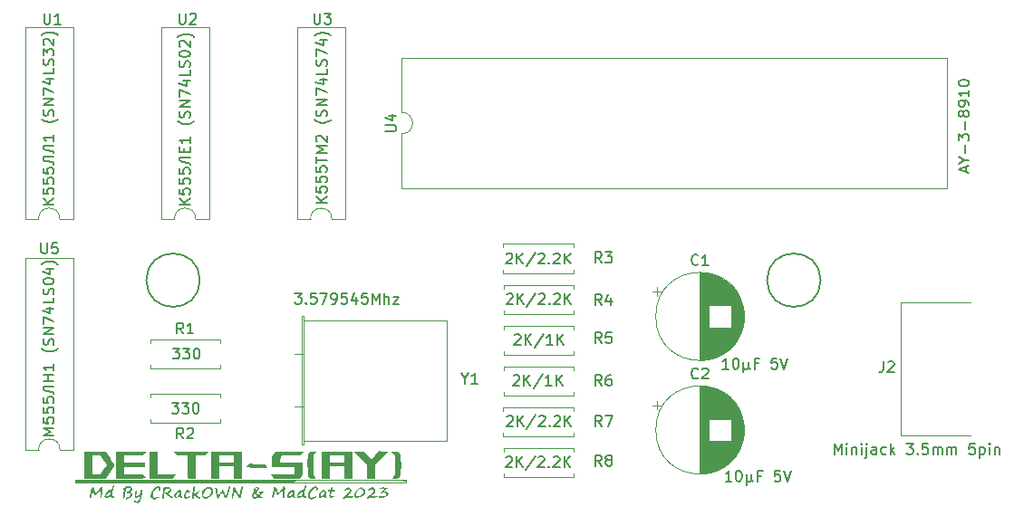
<source format=gbr>
%TF.GenerationSoftware,KiCad,Pcbnew,7.0.1*%
%TF.CreationDate,2023-07-19T12:38:44+03:00*%
%TF.ProjectId,deltaAY,64656c74-6141-4592-9e6b-696361645f70,rev?*%
%TF.SameCoordinates,Original*%
%TF.FileFunction,Legend,Top*%
%TF.FilePolarity,Positive*%
%FSLAX46Y46*%
G04 Gerber Fmt 4.6, Leading zero omitted, Abs format (unit mm)*
G04 Created by KiCad (PCBNEW 7.0.1) date 2023-07-19 12:38:44*
%MOMM*%
%LPD*%
G01*
G04 APERTURE LIST*
%ADD10C,0.150000*%
%ADD11C,0.120000*%
%ADD12C,0.100000*%
G04 APERTURE END LIST*
D10*
X72500000Y-69000000D02*
G75*
G03*
X72500000Y-69000000I-2500000J0D01*
G01*
X130500000Y-69000000D02*
G75*
G03*
X130500000Y-69000000I-2500000J0D01*
G01*
%TO.C,U2*%
X70586695Y-44039619D02*
X70586695Y-44849142D01*
X70586695Y-44849142D02*
X70634314Y-44944380D01*
X70634314Y-44944380D02*
X70681933Y-44992000D01*
X70681933Y-44992000D02*
X70777171Y-45039619D01*
X70777171Y-45039619D02*
X70967647Y-45039619D01*
X70967647Y-45039619D02*
X71062885Y-44992000D01*
X71062885Y-44992000D02*
X71110504Y-44944380D01*
X71110504Y-44944380D02*
X71158123Y-44849142D01*
X71158123Y-44849142D02*
X71158123Y-44039619D01*
X71586695Y-44134857D02*
X71634314Y-44087238D01*
X71634314Y-44087238D02*
X71729552Y-44039619D01*
X71729552Y-44039619D02*
X71967647Y-44039619D01*
X71967647Y-44039619D02*
X72062885Y-44087238D01*
X72062885Y-44087238D02*
X72110504Y-44134857D01*
X72110504Y-44134857D02*
X72158123Y-44230095D01*
X72158123Y-44230095D02*
X72158123Y-44325333D01*
X72158123Y-44325333D02*
X72110504Y-44468190D01*
X72110504Y-44468190D02*
X71539076Y-45039619D01*
X71539076Y-45039619D02*
X72158123Y-45039619D01*
X71582619Y-61925790D02*
X70582619Y-61925790D01*
X71582619Y-61354362D02*
X71011190Y-61782933D01*
X70582619Y-61354362D02*
X71154047Y-61925790D01*
X70582619Y-60449600D02*
X70582619Y-60925790D01*
X70582619Y-60925790D02*
X71058809Y-60973409D01*
X71058809Y-60973409D02*
X71011190Y-60925790D01*
X71011190Y-60925790D02*
X70963571Y-60830552D01*
X70963571Y-60830552D02*
X70963571Y-60592457D01*
X70963571Y-60592457D02*
X71011190Y-60497219D01*
X71011190Y-60497219D02*
X71058809Y-60449600D01*
X71058809Y-60449600D02*
X71154047Y-60401981D01*
X71154047Y-60401981D02*
X71392142Y-60401981D01*
X71392142Y-60401981D02*
X71487380Y-60449600D01*
X71487380Y-60449600D02*
X71535000Y-60497219D01*
X71535000Y-60497219D02*
X71582619Y-60592457D01*
X71582619Y-60592457D02*
X71582619Y-60830552D01*
X71582619Y-60830552D02*
X71535000Y-60925790D01*
X71535000Y-60925790D02*
X71487380Y-60973409D01*
X70582619Y-59497219D02*
X70582619Y-59973409D01*
X70582619Y-59973409D02*
X71058809Y-60021028D01*
X71058809Y-60021028D02*
X71011190Y-59973409D01*
X71011190Y-59973409D02*
X70963571Y-59878171D01*
X70963571Y-59878171D02*
X70963571Y-59640076D01*
X70963571Y-59640076D02*
X71011190Y-59544838D01*
X71011190Y-59544838D02*
X71058809Y-59497219D01*
X71058809Y-59497219D02*
X71154047Y-59449600D01*
X71154047Y-59449600D02*
X71392142Y-59449600D01*
X71392142Y-59449600D02*
X71487380Y-59497219D01*
X71487380Y-59497219D02*
X71535000Y-59544838D01*
X71535000Y-59544838D02*
X71582619Y-59640076D01*
X71582619Y-59640076D02*
X71582619Y-59878171D01*
X71582619Y-59878171D02*
X71535000Y-59973409D01*
X71535000Y-59973409D02*
X71487380Y-60021028D01*
X70582619Y-58544838D02*
X70582619Y-59021028D01*
X70582619Y-59021028D02*
X71058809Y-59068647D01*
X71058809Y-59068647D02*
X71011190Y-59021028D01*
X71011190Y-59021028D02*
X70963571Y-58925790D01*
X70963571Y-58925790D02*
X70963571Y-58687695D01*
X70963571Y-58687695D02*
X71011190Y-58592457D01*
X71011190Y-58592457D02*
X71058809Y-58544838D01*
X71058809Y-58544838D02*
X71154047Y-58497219D01*
X71154047Y-58497219D02*
X71392142Y-58497219D01*
X71392142Y-58497219D02*
X71487380Y-58544838D01*
X71487380Y-58544838D02*
X71535000Y-58592457D01*
X71535000Y-58592457D02*
X71582619Y-58687695D01*
X71582619Y-58687695D02*
X71582619Y-58925790D01*
X71582619Y-58925790D02*
X71535000Y-59021028D01*
X71535000Y-59021028D02*
X71487380Y-59068647D01*
X71582619Y-57497219D02*
X70582619Y-57497219D01*
X70582619Y-57497219D02*
X70582619Y-57640076D01*
X70582619Y-57640076D02*
X70630238Y-57782933D01*
X70630238Y-57782933D02*
X70725476Y-57878171D01*
X70725476Y-57878171D02*
X70868333Y-57925790D01*
X70868333Y-57925790D02*
X71439761Y-58021028D01*
X71439761Y-58021028D02*
X71535000Y-58068647D01*
X71535000Y-58068647D02*
X71582619Y-58163885D01*
X71582619Y-58163885D02*
X71582619Y-58211504D01*
X71058809Y-57021028D02*
X71058809Y-56687695D01*
X71582619Y-56544838D02*
X71582619Y-57021028D01*
X71582619Y-57021028D02*
X70582619Y-57021028D01*
X70582619Y-57021028D02*
X70582619Y-56544838D01*
X71582619Y-55592457D02*
X71582619Y-56163885D01*
X71582619Y-55878171D02*
X70582619Y-55878171D01*
X70582619Y-55878171D02*
X70725476Y-55973409D01*
X70725476Y-55973409D02*
X70820714Y-56068647D01*
X70820714Y-56068647D02*
X70868333Y-56163885D01*
X71963571Y-54116266D02*
X71915952Y-54163885D01*
X71915952Y-54163885D02*
X71773095Y-54259123D01*
X71773095Y-54259123D02*
X71677857Y-54306742D01*
X71677857Y-54306742D02*
X71535000Y-54354361D01*
X71535000Y-54354361D02*
X71296904Y-54401980D01*
X71296904Y-54401980D02*
X71106428Y-54401980D01*
X71106428Y-54401980D02*
X70868333Y-54354361D01*
X70868333Y-54354361D02*
X70725476Y-54306742D01*
X70725476Y-54306742D02*
X70630238Y-54259123D01*
X70630238Y-54259123D02*
X70487380Y-54163885D01*
X70487380Y-54163885D02*
X70439761Y-54116266D01*
X71535000Y-53782932D02*
X71582619Y-53640075D01*
X71582619Y-53640075D02*
X71582619Y-53401980D01*
X71582619Y-53401980D02*
X71535000Y-53306742D01*
X71535000Y-53306742D02*
X71487380Y-53259123D01*
X71487380Y-53259123D02*
X71392142Y-53211504D01*
X71392142Y-53211504D02*
X71296904Y-53211504D01*
X71296904Y-53211504D02*
X71201666Y-53259123D01*
X71201666Y-53259123D02*
X71154047Y-53306742D01*
X71154047Y-53306742D02*
X71106428Y-53401980D01*
X71106428Y-53401980D02*
X71058809Y-53592456D01*
X71058809Y-53592456D02*
X71011190Y-53687694D01*
X71011190Y-53687694D02*
X70963571Y-53735313D01*
X70963571Y-53735313D02*
X70868333Y-53782932D01*
X70868333Y-53782932D02*
X70773095Y-53782932D01*
X70773095Y-53782932D02*
X70677857Y-53735313D01*
X70677857Y-53735313D02*
X70630238Y-53687694D01*
X70630238Y-53687694D02*
X70582619Y-53592456D01*
X70582619Y-53592456D02*
X70582619Y-53354361D01*
X70582619Y-53354361D02*
X70630238Y-53211504D01*
X71582619Y-52782932D02*
X70582619Y-52782932D01*
X70582619Y-52782932D02*
X71582619Y-52211504D01*
X71582619Y-52211504D02*
X70582619Y-52211504D01*
X70582619Y-51830551D02*
X70582619Y-51163885D01*
X70582619Y-51163885D02*
X71582619Y-51592456D01*
X70915952Y-50354361D02*
X71582619Y-50354361D01*
X70535000Y-50592456D02*
X71249285Y-50830551D01*
X71249285Y-50830551D02*
X71249285Y-50211504D01*
X71582619Y-49354361D02*
X71582619Y-49830551D01*
X71582619Y-49830551D02*
X70582619Y-49830551D01*
X71535000Y-49068646D02*
X71582619Y-48925789D01*
X71582619Y-48925789D02*
X71582619Y-48687694D01*
X71582619Y-48687694D02*
X71535000Y-48592456D01*
X71535000Y-48592456D02*
X71487380Y-48544837D01*
X71487380Y-48544837D02*
X71392142Y-48497218D01*
X71392142Y-48497218D02*
X71296904Y-48497218D01*
X71296904Y-48497218D02*
X71201666Y-48544837D01*
X71201666Y-48544837D02*
X71154047Y-48592456D01*
X71154047Y-48592456D02*
X71106428Y-48687694D01*
X71106428Y-48687694D02*
X71058809Y-48878170D01*
X71058809Y-48878170D02*
X71011190Y-48973408D01*
X71011190Y-48973408D02*
X70963571Y-49021027D01*
X70963571Y-49021027D02*
X70868333Y-49068646D01*
X70868333Y-49068646D02*
X70773095Y-49068646D01*
X70773095Y-49068646D02*
X70677857Y-49021027D01*
X70677857Y-49021027D02*
X70630238Y-48973408D01*
X70630238Y-48973408D02*
X70582619Y-48878170D01*
X70582619Y-48878170D02*
X70582619Y-48640075D01*
X70582619Y-48640075D02*
X70630238Y-48497218D01*
X70582619Y-47878170D02*
X70582619Y-47782932D01*
X70582619Y-47782932D02*
X70630238Y-47687694D01*
X70630238Y-47687694D02*
X70677857Y-47640075D01*
X70677857Y-47640075D02*
X70773095Y-47592456D01*
X70773095Y-47592456D02*
X70963571Y-47544837D01*
X70963571Y-47544837D02*
X71201666Y-47544837D01*
X71201666Y-47544837D02*
X71392142Y-47592456D01*
X71392142Y-47592456D02*
X71487380Y-47640075D01*
X71487380Y-47640075D02*
X71535000Y-47687694D01*
X71535000Y-47687694D02*
X71582619Y-47782932D01*
X71582619Y-47782932D02*
X71582619Y-47878170D01*
X71582619Y-47878170D02*
X71535000Y-47973408D01*
X71535000Y-47973408D02*
X71487380Y-48021027D01*
X71487380Y-48021027D02*
X71392142Y-48068646D01*
X71392142Y-48068646D02*
X71201666Y-48116265D01*
X71201666Y-48116265D02*
X70963571Y-48116265D01*
X70963571Y-48116265D02*
X70773095Y-48068646D01*
X70773095Y-48068646D02*
X70677857Y-48021027D01*
X70677857Y-48021027D02*
X70630238Y-47973408D01*
X70630238Y-47973408D02*
X70582619Y-47878170D01*
X70677857Y-47163884D02*
X70630238Y-47116265D01*
X70630238Y-47116265D02*
X70582619Y-47021027D01*
X70582619Y-47021027D02*
X70582619Y-46782932D01*
X70582619Y-46782932D02*
X70630238Y-46687694D01*
X70630238Y-46687694D02*
X70677857Y-46640075D01*
X70677857Y-46640075D02*
X70773095Y-46592456D01*
X70773095Y-46592456D02*
X70868333Y-46592456D01*
X70868333Y-46592456D02*
X71011190Y-46640075D01*
X71011190Y-46640075D02*
X71582619Y-47211503D01*
X71582619Y-47211503D02*
X71582619Y-46592456D01*
X71963571Y-46259122D02*
X71915952Y-46211503D01*
X71915952Y-46211503D02*
X71773095Y-46116265D01*
X71773095Y-46116265D02*
X71677857Y-46068646D01*
X71677857Y-46068646D02*
X71535000Y-46021027D01*
X71535000Y-46021027D02*
X71296904Y-45973408D01*
X71296904Y-45973408D02*
X71106428Y-45973408D01*
X71106428Y-45973408D02*
X70868333Y-46021027D01*
X70868333Y-46021027D02*
X70725476Y-46068646D01*
X70725476Y-46068646D02*
X70630238Y-46116265D01*
X70630238Y-46116265D02*
X70487380Y-46211503D01*
X70487380Y-46211503D02*
X70439761Y-46259122D01*
%TO.C,C2*%
X119055933Y-78124580D02*
X119008314Y-78172200D01*
X119008314Y-78172200D02*
X118865457Y-78219819D01*
X118865457Y-78219819D02*
X118770219Y-78219819D01*
X118770219Y-78219819D02*
X118627362Y-78172200D01*
X118627362Y-78172200D02*
X118532124Y-78076961D01*
X118532124Y-78076961D02*
X118484505Y-77981723D01*
X118484505Y-77981723D02*
X118436886Y-77791247D01*
X118436886Y-77791247D02*
X118436886Y-77648390D01*
X118436886Y-77648390D02*
X118484505Y-77457914D01*
X118484505Y-77457914D02*
X118532124Y-77362676D01*
X118532124Y-77362676D02*
X118627362Y-77267438D01*
X118627362Y-77267438D02*
X118770219Y-77219819D01*
X118770219Y-77219819D02*
X118865457Y-77219819D01*
X118865457Y-77219819D02*
X119008314Y-77267438D01*
X119008314Y-77267438D02*
X119055933Y-77315057D01*
X119436886Y-77315057D02*
X119484505Y-77267438D01*
X119484505Y-77267438D02*
X119579743Y-77219819D01*
X119579743Y-77219819D02*
X119817838Y-77219819D01*
X119817838Y-77219819D02*
X119913076Y-77267438D01*
X119913076Y-77267438D02*
X119960695Y-77315057D01*
X119960695Y-77315057D02*
X120008314Y-77410295D01*
X120008314Y-77410295D02*
X120008314Y-77505533D01*
X120008314Y-77505533D02*
X119960695Y-77648390D01*
X119960695Y-77648390D02*
X119389267Y-78219819D01*
X119389267Y-78219819D02*
X120008314Y-78219819D01*
X122183079Y-87813219D02*
X121611651Y-87813219D01*
X121897365Y-87813219D02*
X121897365Y-86813219D01*
X121897365Y-86813219D02*
X121802127Y-86956076D01*
X121802127Y-86956076D02*
X121706889Y-87051314D01*
X121706889Y-87051314D02*
X121611651Y-87098933D01*
X122802127Y-86813219D02*
X122897365Y-86813219D01*
X122897365Y-86813219D02*
X122992603Y-86860838D01*
X122992603Y-86860838D02*
X123040222Y-86908457D01*
X123040222Y-86908457D02*
X123087841Y-87003695D01*
X123087841Y-87003695D02*
X123135460Y-87194171D01*
X123135460Y-87194171D02*
X123135460Y-87432266D01*
X123135460Y-87432266D02*
X123087841Y-87622742D01*
X123087841Y-87622742D02*
X123040222Y-87717980D01*
X123040222Y-87717980D02*
X122992603Y-87765600D01*
X122992603Y-87765600D02*
X122897365Y-87813219D01*
X122897365Y-87813219D02*
X122802127Y-87813219D01*
X122802127Y-87813219D02*
X122706889Y-87765600D01*
X122706889Y-87765600D02*
X122659270Y-87717980D01*
X122659270Y-87717980D02*
X122611651Y-87622742D01*
X122611651Y-87622742D02*
X122564032Y-87432266D01*
X122564032Y-87432266D02*
X122564032Y-87194171D01*
X122564032Y-87194171D02*
X122611651Y-87003695D01*
X122611651Y-87003695D02*
X122659270Y-86908457D01*
X122659270Y-86908457D02*
X122706889Y-86860838D01*
X122706889Y-86860838D02*
X122802127Y-86813219D01*
X123564032Y-87146552D02*
X123564032Y-88146552D01*
X124040222Y-87670361D02*
X124087841Y-87765600D01*
X124087841Y-87765600D02*
X124183079Y-87813219D01*
X123564032Y-87670361D02*
X123611651Y-87765600D01*
X123611651Y-87765600D02*
X123706889Y-87813219D01*
X123706889Y-87813219D02*
X123897365Y-87813219D01*
X123897365Y-87813219D02*
X123992603Y-87765600D01*
X123992603Y-87765600D02*
X124040222Y-87670361D01*
X124040222Y-87670361D02*
X124040222Y-87146552D01*
X124944984Y-87289409D02*
X124611651Y-87289409D01*
X124611651Y-87813219D02*
X124611651Y-86813219D01*
X124611651Y-86813219D02*
X125087841Y-86813219D01*
X126706889Y-86813219D02*
X126230699Y-86813219D01*
X126230699Y-86813219D02*
X126183080Y-87289409D01*
X126183080Y-87289409D02*
X126230699Y-87241790D01*
X126230699Y-87241790D02*
X126325937Y-87194171D01*
X126325937Y-87194171D02*
X126564032Y-87194171D01*
X126564032Y-87194171D02*
X126659270Y-87241790D01*
X126659270Y-87241790D02*
X126706889Y-87289409D01*
X126706889Y-87289409D02*
X126754508Y-87384647D01*
X126754508Y-87384647D02*
X126754508Y-87622742D01*
X126754508Y-87622742D02*
X126706889Y-87717980D01*
X126706889Y-87717980D02*
X126659270Y-87765600D01*
X126659270Y-87765600D02*
X126564032Y-87813219D01*
X126564032Y-87813219D02*
X126325937Y-87813219D01*
X126325937Y-87813219D02*
X126230699Y-87765600D01*
X126230699Y-87765600D02*
X126183080Y-87717980D01*
X127040223Y-86813219D02*
X127373556Y-87813219D01*
X127373556Y-87813219D02*
X127706889Y-86813219D01*
%TO.C,U1*%
X57937495Y-44039619D02*
X57937495Y-44849142D01*
X57937495Y-44849142D02*
X57985114Y-44944380D01*
X57985114Y-44944380D02*
X58032733Y-44992000D01*
X58032733Y-44992000D02*
X58127971Y-45039619D01*
X58127971Y-45039619D02*
X58318447Y-45039619D01*
X58318447Y-45039619D02*
X58413685Y-44992000D01*
X58413685Y-44992000D02*
X58461304Y-44944380D01*
X58461304Y-44944380D02*
X58508923Y-44849142D01*
X58508923Y-44849142D02*
X58508923Y-44039619D01*
X59508923Y-45039619D02*
X58937495Y-45039619D01*
X59223209Y-45039619D02*
X59223209Y-44039619D01*
X59223209Y-44039619D02*
X59127971Y-44182476D01*
X59127971Y-44182476D02*
X59032733Y-44277714D01*
X59032733Y-44277714D02*
X58937495Y-44325333D01*
X58857219Y-61895619D02*
X57857219Y-61895619D01*
X58857219Y-61324191D02*
X58285790Y-61752762D01*
X57857219Y-61324191D02*
X58428647Y-61895619D01*
X57857219Y-60419429D02*
X57857219Y-60895619D01*
X57857219Y-60895619D02*
X58333409Y-60943238D01*
X58333409Y-60943238D02*
X58285790Y-60895619D01*
X58285790Y-60895619D02*
X58238171Y-60800381D01*
X58238171Y-60800381D02*
X58238171Y-60562286D01*
X58238171Y-60562286D02*
X58285790Y-60467048D01*
X58285790Y-60467048D02*
X58333409Y-60419429D01*
X58333409Y-60419429D02*
X58428647Y-60371810D01*
X58428647Y-60371810D02*
X58666742Y-60371810D01*
X58666742Y-60371810D02*
X58761980Y-60419429D01*
X58761980Y-60419429D02*
X58809600Y-60467048D01*
X58809600Y-60467048D02*
X58857219Y-60562286D01*
X58857219Y-60562286D02*
X58857219Y-60800381D01*
X58857219Y-60800381D02*
X58809600Y-60895619D01*
X58809600Y-60895619D02*
X58761980Y-60943238D01*
X57857219Y-59467048D02*
X57857219Y-59943238D01*
X57857219Y-59943238D02*
X58333409Y-59990857D01*
X58333409Y-59990857D02*
X58285790Y-59943238D01*
X58285790Y-59943238D02*
X58238171Y-59848000D01*
X58238171Y-59848000D02*
X58238171Y-59609905D01*
X58238171Y-59609905D02*
X58285790Y-59514667D01*
X58285790Y-59514667D02*
X58333409Y-59467048D01*
X58333409Y-59467048D02*
X58428647Y-59419429D01*
X58428647Y-59419429D02*
X58666742Y-59419429D01*
X58666742Y-59419429D02*
X58761980Y-59467048D01*
X58761980Y-59467048D02*
X58809600Y-59514667D01*
X58809600Y-59514667D02*
X58857219Y-59609905D01*
X58857219Y-59609905D02*
X58857219Y-59848000D01*
X58857219Y-59848000D02*
X58809600Y-59943238D01*
X58809600Y-59943238D02*
X58761980Y-59990857D01*
X57857219Y-58514667D02*
X57857219Y-58990857D01*
X57857219Y-58990857D02*
X58333409Y-59038476D01*
X58333409Y-59038476D02*
X58285790Y-58990857D01*
X58285790Y-58990857D02*
X58238171Y-58895619D01*
X58238171Y-58895619D02*
X58238171Y-58657524D01*
X58238171Y-58657524D02*
X58285790Y-58562286D01*
X58285790Y-58562286D02*
X58333409Y-58514667D01*
X58333409Y-58514667D02*
X58428647Y-58467048D01*
X58428647Y-58467048D02*
X58666742Y-58467048D01*
X58666742Y-58467048D02*
X58761980Y-58514667D01*
X58761980Y-58514667D02*
X58809600Y-58562286D01*
X58809600Y-58562286D02*
X58857219Y-58657524D01*
X58857219Y-58657524D02*
X58857219Y-58895619D01*
X58857219Y-58895619D02*
X58809600Y-58990857D01*
X58809600Y-58990857D02*
X58761980Y-59038476D01*
X58857219Y-57467048D02*
X57857219Y-57467048D01*
X57857219Y-57467048D02*
X57857219Y-57609905D01*
X57857219Y-57609905D02*
X57904838Y-57752762D01*
X57904838Y-57752762D02*
X58000076Y-57848000D01*
X58000076Y-57848000D02*
X58142933Y-57895619D01*
X58142933Y-57895619D02*
X58714361Y-57990857D01*
X58714361Y-57990857D02*
X58809600Y-58038476D01*
X58809600Y-58038476D02*
X58857219Y-58133714D01*
X58857219Y-58133714D02*
X58857219Y-58181333D01*
X58857219Y-56419429D02*
X57857219Y-56419429D01*
X57857219Y-56419429D02*
X57857219Y-56562286D01*
X57857219Y-56562286D02*
X57904838Y-56705143D01*
X57904838Y-56705143D02*
X58000076Y-56800381D01*
X58000076Y-56800381D02*
X58142933Y-56848000D01*
X58142933Y-56848000D02*
X58714361Y-56943238D01*
X58714361Y-56943238D02*
X58809600Y-56990857D01*
X58809600Y-56990857D02*
X58857219Y-57086095D01*
X58857219Y-57086095D02*
X58857219Y-57133714D01*
X58857219Y-55419429D02*
X58857219Y-55990857D01*
X58857219Y-55705143D02*
X57857219Y-55705143D01*
X57857219Y-55705143D02*
X58000076Y-55800381D01*
X58000076Y-55800381D02*
X58095314Y-55895619D01*
X58095314Y-55895619D02*
X58142933Y-55990857D01*
X59238171Y-53943238D02*
X59190552Y-53990857D01*
X59190552Y-53990857D02*
X59047695Y-54086095D01*
X59047695Y-54086095D02*
X58952457Y-54133714D01*
X58952457Y-54133714D02*
X58809600Y-54181333D01*
X58809600Y-54181333D02*
X58571504Y-54228952D01*
X58571504Y-54228952D02*
X58381028Y-54228952D01*
X58381028Y-54228952D02*
X58142933Y-54181333D01*
X58142933Y-54181333D02*
X58000076Y-54133714D01*
X58000076Y-54133714D02*
X57904838Y-54086095D01*
X57904838Y-54086095D02*
X57761980Y-53990857D01*
X57761980Y-53990857D02*
X57714361Y-53943238D01*
X58809600Y-53609904D02*
X58857219Y-53467047D01*
X58857219Y-53467047D02*
X58857219Y-53228952D01*
X58857219Y-53228952D02*
X58809600Y-53133714D01*
X58809600Y-53133714D02*
X58761980Y-53086095D01*
X58761980Y-53086095D02*
X58666742Y-53038476D01*
X58666742Y-53038476D02*
X58571504Y-53038476D01*
X58571504Y-53038476D02*
X58476266Y-53086095D01*
X58476266Y-53086095D02*
X58428647Y-53133714D01*
X58428647Y-53133714D02*
X58381028Y-53228952D01*
X58381028Y-53228952D02*
X58333409Y-53419428D01*
X58333409Y-53419428D02*
X58285790Y-53514666D01*
X58285790Y-53514666D02*
X58238171Y-53562285D01*
X58238171Y-53562285D02*
X58142933Y-53609904D01*
X58142933Y-53609904D02*
X58047695Y-53609904D01*
X58047695Y-53609904D02*
X57952457Y-53562285D01*
X57952457Y-53562285D02*
X57904838Y-53514666D01*
X57904838Y-53514666D02*
X57857219Y-53419428D01*
X57857219Y-53419428D02*
X57857219Y-53181333D01*
X57857219Y-53181333D02*
X57904838Y-53038476D01*
X58857219Y-52609904D02*
X57857219Y-52609904D01*
X57857219Y-52609904D02*
X58857219Y-52038476D01*
X58857219Y-52038476D02*
X57857219Y-52038476D01*
X57857219Y-51657523D02*
X57857219Y-50990857D01*
X57857219Y-50990857D02*
X58857219Y-51419428D01*
X58190552Y-50181333D02*
X58857219Y-50181333D01*
X57809600Y-50419428D02*
X58523885Y-50657523D01*
X58523885Y-50657523D02*
X58523885Y-50038476D01*
X58857219Y-49181333D02*
X58857219Y-49657523D01*
X58857219Y-49657523D02*
X57857219Y-49657523D01*
X58809600Y-48895618D02*
X58857219Y-48752761D01*
X58857219Y-48752761D02*
X58857219Y-48514666D01*
X58857219Y-48514666D02*
X58809600Y-48419428D01*
X58809600Y-48419428D02*
X58761980Y-48371809D01*
X58761980Y-48371809D02*
X58666742Y-48324190D01*
X58666742Y-48324190D02*
X58571504Y-48324190D01*
X58571504Y-48324190D02*
X58476266Y-48371809D01*
X58476266Y-48371809D02*
X58428647Y-48419428D01*
X58428647Y-48419428D02*
X58381028Y-48514666D01*
X58381028Y-48514666D02*
X58333409Y-48705142D01*
X58333409Y-48705142D02*
X58285790Y-48800380D01*
X58285790Y-48800380D02*
X58238171Y-48847999D01*
X58238171Y-48847999D02*
X58142933Y-48895618D01*
X58142933Y-48895618D02*
X58047695Y-48895618D01*
X58047695Y-48895618D02*
X57952457Y-48847999D01*
X57952457Y-48847999D02*
X57904838Y-48800380D01*
X57904838Y-48800380D02*
X57857219Y-48705142D01*
X57857219Y-48705142D02*
X57857219Y-48467047D01*
X57857219Y-48467047D02*
X57904838Y-48324190D01*
X57857219Y-47990856D02*
X57857219Y-47371809D01*
X57857219Y-47371809D02*
X58238171Y-47705142D01*
X58238171Y-47705142D02*
X58238171Y-47562285D01*
X58238171Y-47562285D02*
X58285790Y-47467047D01*
X58285790Y-47467047D02*
X58333409Y-47419428D01*
X58333409Y-47419428D02*
X58428647Y-47371809D01*
X58428647Y-47371809D02*
X58666742Y-47371809D01*
X58666742Y-47371809D02*
X58761980Y-47419428D01*
X58761980Y-47419428D02*
X58809600Y-47467047D01*
X58809600Y-47467047D02*
X58857219Y-47562285D01*
X58857219Y-47562285D02*
X58857219Y-47847999D01*
X58857219Y-47847999D02*
X58809600Y-47943237D01*
X58809600Y-47943237D02*
X58761980Y-47990856D01*
X57952457Y-46990856D02*
X57904838Y-46943237D01*
X57904838Y-46943237D02*
X57857219Y-46847999D01*
X57857219Y-46847999D02*
X57857219Y-46609904D01*
X57857219Y-46609904D02*
X57904838Y-46514666D01*
X57904838Y-46514666D02*
X57952457Y-46467047D01*
X57952457Y-46467047D02*
X58047695Y-46419428D01*
X58047695Y-46419428D02*
X58142933Y-46419428D01*
X58142933Y-46419428D02*
X58285790Y-46467047D01*
X58285790Y-46467047D02*
X58857219Y-47038475D01*
X58857219Y-47038475D02*
X58857219Y-46419428D01*
X59238171Y-46086094D02*
X59190552Y-46038475D01*
X59190552Y-46038475D02*
X59047695Y-45943237D01*
X59047695Y-45943237D02*
X58952457Y-45895618D01*
X58952457Y-45895618D02*
X58809600Y-45847999D01*
X58809600Y-45847999D02*
X58571504Y-45800380D01*
X58571504Y-45800380D02*
X58381028Y-45800380D01*
X58381028Y-45800380D02*
X58142933Y-45847999D01*
X58142933Y-45847999D02*
X58000076Y-45895618D01*
X58000076Y-45895618D02*
X57904838Y-45943237D01*
X57904838Y-45943237D02*
X57761980Y-46038475D01*
X57761980Y-46038475D02*
X57714361Y-46086094D01*
%TO.C,C1*%
X119055933Y-67507380D02*
X119008314Y-67555000D01*
X119008314Y-67555000D02*
X118865457Y-67602619D01*
X118865457Y-67602619D02*
X118770219Y-67602619D01*
X118770219Y-67602619D02*
X118627362Y-67555000D01*
X118627362Y-67555000D02*
X118532124Y-67459761D01*
X118532124Y-67459761D02*
X118484505Y-67364523D01*
X118484505Y-67364523D02*
X118436886Y-67174047D01*
X118436886Y-67174047D02*
X118436886Y-67031190D01*
X118436886Y-67031190D02*
X118484505Y-66840714D01*
X118484505Y-66840714D02*
X118532124Y-66745476D01*
X118532124Y-66745476D02*
X118627362Y-66650238D01*
X118627362Y-66650238D02*
X118770219Y-66602619D01*
X118770219Y-66602619D02*
X118865457Y-66602619D01*
X118865457Y-66602619D02*
X119008314Y-66650238D01*
X119008314Y-66650238D02*
X119055933Y-66697857D01*
X120008314Y-67602619D02*
X119436886Y-67602619D01*
X119722600Y-67602619D02*
X119722600Y-66602619D01*
X119722600Y-66602619D02*
X119627362Y-66745476D01*
X119627362Y-66745476D02*
X119532124Y-66840714D01*
X119532124Y-66840714D02*
X119436886Y-66888333D01*
X121904428Y-77297619D02*
X121333000Y-77297619D01*
X121618714Y-77297619D02*
X121618714Y-76297619D01*
X121618714Y-76297619D02*
X121523476Y-76440476D01*
X121523476Y-76440476D02*
X121428238Y-76535714D01*
X121428238Y-76535714D02*
X121333000Y-76583333D01*
X122523476Y-76297619D02*
X122618714Y-76297619D01*
X122618714Y-76297619D02*
X122713952Y-76345238D01*
X122713952Y-76345238D02*
X122761571Y-76392857D01*
X122761571Y-76392857D02*
X122809190Y-76488095D01*
X122809190Y-76488095D02*
X122856809Y-76678571D01*
X122856809Y-76678571D02*
X122856809Y-76916666D01*
X122856809Y-76916666D02*
X122809190Y-77107142D01*
X122809190Y-77107142D02*
X122761571Y-77202380D01*
X122761571Y-77202380D02*
X122713952Y-77250000D01*
X122713952Y-77250000D02*
X122618714Y-77297619D01*
X122618714Y-77297619D02*
X122523476Y-77297619D01*
X122523476Y-77297619D02*
X122428238Y-77250000D01*
X122428238Y-77250000D02*
X122380619Y-77202380D01*
X122380619Y-77202380D02*
X122333000Y-77107142D01*
X122333000Y-77107142D02*
X122285381Y-76916666D01*
X122285381Y-76916666D02*
X122285381Y-76678571D01*
X122285381Y-76678571D02*
X122333000Y-76488095D01*
X122333000Y-76488095D02*
X122380619Y-76392857D01*
X122380619Y-76392857D02*
X122428238Y-76345238D01*
X122428238Y-76345238D02*
X122523476Y-76297619D01*
X123285381Y-76630952D02*
X123285381Y-77630952D01*
X123761571Y-77154761D02*
X123809190Y-77250000D01*
X123809190Y-77250000D02*
X123904428Y-77297619D01*
X123285381Y-77154761D02*
X123333000Y-77250000D01*
X123333000Y-77250000D02*
X123428238Y-77297619D01*
X123428238Y-77297619D02*
X123618714Y-77297619D01*
X123618714Y-77297619D02*
X123713952Y-77250000D01*
X123713952Y-77250000D02*
X123761571Y-77154761D01*
X123761571Y-77154761D02*
X123761571Y-76630952D01*
X124666333Y-76773809D02*
X124333000Y-76773809D01*
X124333000Y-77297619D02*
X124333000Y-76297619D01*
X124333000Y-76297619D02*
X124809190Y-76297619D01*
X126428238Y-76297619D02*
X125952048Y-76297619D01*
X125952048Y-76297619D02*
X125904429Y-76773809D01*
X125904429Y-76773809D02*
X125952048Y-76726190D01*
X125952048Y-76726190D02*
X126047286Y-76678571D01*
X126047286Y-76678571D02*
X126285381Y-76678571D01*
X126285381Y-76678571D02*
X126380619Y-76726190D01*
X126380619Y-76726190D02*
X126428238Y-76773809D01*
X126428238Y-76773809D02*
X126475857Y-76869047D01*
X126475857Y-76869047D02*
X126475857Y-77107142D01*
X126475857Y-77107142D02*
X126428238Y-77202380D01*
X126428238Y-77202380D02*
X126380619Y-77250000D01*
X126380619Y-77250000D02*
X126285381Y-77297619D01*
X126285381Y-77297619D02*
X126047286Y-77297619D01*
X126047286Y-77297619D02*
X125952048Y-77250000D01*
X125952048Y-77250000D02*
X125904429Y-77202380D01*
X126761572Y-76297619D02*
X127094905Y-77297619D01*
X127094905Y-77297619D02*
X127428238Y-76297619D01*
%TO.C,R7*%
X110043933Y-82657019D02*
X109710600Y-82180828D01*
X109472505Y-82657019D02*
X109472505Y-81657019D01*
X109472505Y-81657019D02*
X109853457Y-81657019D01*
X109853457Y-81657019D02*
X109948695Y-81704638D01*
X109948695Y-81704638D02*
X109996314Y-81752257D01*
X109996314Y-81752257D02*
X110043933Y-81847495D01*
X110043933Y-81847495D02*
X110043933Y-81990352D01*
X110043933Y-81990352D02*
X109996314Y-82085590D01*
X109996314Y-82085590D02*
X109948695Y-82133209D01*
X109948695Y-82133209D02*
X109853457Y-82180828D01*
X109853457Y-82180828D02*
X109472505Y-82180828D01*
X110377267Y-81657019D02*
X111043933Y-81657019D01*
X111043933Y-81657019D02*
X110615362Y-82657019D01*
X101190800Y-81752257D02*
X101238419Y-81704638D01*
X101238419Y-81704638D02*
X101333657Y-81657019D01*
X101333657Y-81657019D02*
X101571752Y-81657019D01*
X101571752Y-81657019D02*
X101666990Y-81704638D01*
X101666990Y-81704638D02*
X101714609Y-81752257D01*
X101714609Y-81752257D02*
X101762228Y-81847495D01*
X101762228Y-81847495D02*
X101762228Y-81942733D01*
X101762228Y-81942733D02*
X101714609Y-82085590D01*
X101714609Y-82085590D02*
X101143181Y-82657019D01*
X101143181Y-82657019D02*
X101762228Y-82657019D01*
X102190800Y-82657019D02*
X102190800Y-81657019D01*
X102762228Y-82657019D02*
X102333657Y-82085590D01*
X102762228Y-81657019D02*
X102190800Y-82228447D01*
X103905085Y-81609400D02*
X103047943Y-82895114D01*
X104190800Y-81752257D02*
X104238419Y-81704638D01*
X104238419Y-81704638D02*
X104333657Y-81657019D01*
X104333657Y-81657019D02*
X104571752Y-81657019D01*
X104571752Y-81657019D02*
X104666990Y-81704638D01*
X104666990Y-81704638D02*
X104714609Y-81752257D01*
X104714609Y-81752257D02*
X104762228Y-81847495D01*
X104762228Y-81847495D02*
X104762228Y-81942733D01*
X104762228Y-81942733D02*
X104714609Y-82085590D01*
X104714609Y-82085590D02*
X104143181Y-82657019D01*
X104143181Y-82657019D02*
X104762228Y-82657019D01*
X105190800Y-82561780D02*
X105238419Y-82609400D01*
X105238419Y-82609400D02*
X105190800Y-82657019D01*
X105190800Y-82657019D02*
X105143181Y-82609400D01*
X105143181Y-82609400D02*
X105190800Y-82561780D01*
X105190800Y-82561780D02*
X105190800Y-82657019D01*
X105619371Y-81752257D02*
X105666990Y-81704638D01*
X105666990Y-81704638D02*
X105762228Y-81657019D01*
X105762228Y-81657019D02*
X106000323Y-81657019D01*
X106000323Y-81657019D02*
X106095561Y-81704638D01*
X106095561Y-81704638D02*
X106143180Y-81752257D01*
X106143180Y-81752257D02*
X106190799Y-81847495D01*
X106190799Y-81847495D02*
X106190799Y-81942733D01*
X106190799Y-81942733D02*
X106143180Y-82085590D01*
X106143180Y-82085590D02*
X105571752Y-82657019D01*
X105571752Y-82657019D02*
X106190799Y-82657019D01*
X106619371Y-82657019D02*
X106619371Y-81657019D01*
X107190799Y-82657019D02*
X106762228Y-82085590D01*
X107190799Y-81657019D02*
X106619371Y-82228447D01*
%TO.C,R2*%
X70953333Y-83807819D02*
X70620000Y-83331628D01*
X70381905Y-83807819D02*
X70381905Y-82807819D01*
X70381905Y-82807819D02*
X70762857Y-82807819D01*
X70762857Y-82807819D02*
X70858095Y-82855438D01*
X70858095Y-82855438D02*
X70905714Y-82903057D01*
X70905714Y-82903057D02*
X70953333Y-82998295D01*
X70953333Y-82998295D02*
X70953333Y-83141152D01*
X70953333Y-83141152D02*
X70905714Y-83236390D01*
X70905714Y-83236390D02*
X70858095Y-83284009D01*
X70858095Y-83284009D02*
X70762857Y-83331628D01*
X70762857Y-83331628D02*
X70381905Y-83331628D01*
X71334286Y-82903057D02*
X71381905Y-82855438D01*
X71381905Y-82855438D02*
X71477143Y-82807819D01*
X71477143Y-82807819D02*
X71715238Y-82807819D01*
X71715238Y-82807819D02*
X71810476Y-82855438D01*
X71810476Y-82855438D02*
X71858095Y-82903057D01*
X71858095Y-82903057D02*
X71905714Y-82998295D01*
X71905714Y-82998295D02*
X71905714Y-83093533D01*
X71905714Y-83093533D02*
X71858095Y-83236390D01*
X71858095Y-83236390D02*
X71286667Y-83807819D01*
X71286667Y-83807819D02*
X71905714Y-83807819D01*
X69885086Y-80463219D02*
X70504133Y-80463219D01*
X70504133Y-80463219D02*
X70170800Y-80844171D01*
X70170800Y-80844171D02*
X70313657Y-80844171D01*
X70313657Y-80844171D02*
X70408895Y-80891790D01*
X70408895Y-80891790D02*
X70456514Y-80939409D01*
X70456514Y-80939409D02*
X70504133Y-81034647D01*
X70504133Y-81034647D02*
X70504133Y-81272742D01*
X70504133Y-81272742D02*
X70456514Y-81367980D01*
X70456514Y-81367980D02*
X70408895Y-81415600D01*
X70408895Y-81415600D02*
X70313657Y-81463219D01*
X70313657Y-81463219D02*
X70027943Y-81463219D01*
X70027943Y-81463219D02*
X69932705Y-81415600D01*
X69932705Y-81415600D02*
X69885086Y-81367980D01*
X70837467Y-80463219D02*
X71456514Y-80463219D01*
X71456514Y-80463219D02*
X71123181Y-80844171D01*
X71123181Y-80844171D02*
X71266038Y-80844171D01*
X71266038Y-80844171D02*
X71361276Y-80891790D01*
X71361276Y-80891790D02*
X71408895Y-80939409D01*
X71408895Y-80939409D02*
X71456514Y-81034647D01*
X71456514Y-81034647D02*
X71456514Y-81272742D01*
X71456514Y-81272742D02*
X71408895Y-81367980D01*
X71408895Y-81367980D02*
X71361276Y-81415600D01*
X71361276Y-81415600D02*
X71266038Y-81463219D01*
X71266038Y-81463219D02*
X70980324Y-81463219D01*
X70980324Y-81463219D02*
X70885086Y-81415600D01*
X70885086Y-81415600D02*
X70837467Y-81367980D01*
X72075562Y-80463219D02*
X72170800Y-80463219D01*
X72170800Y-80463219D02*
X72266038Y-80510838D01*
X72266038Y-80510838D02*
X72313657Y-80558457D01*
X72313657Y-80558457D02*
X72361276Y-80653695D01*
X72361276Y-80653695D02*
X72408895Y-80844171D01*
X72408895Y-80844171D02*
X72408895Y-81082266D01*
X72408895Y-81082266D02*
X72361276Y-81272742D01*
X72361276Y-81272742D02*
X72313657Y-81367980D01*
X72313657Y-81367980D02*
X72266038Y-81415600D01*
X72266038Y-81415600D02*
X72170800Y-81463219D01*
X72170800Y-81463219D02*
X72075562Y-81463219D01*
X72075562Y-81463219D02*
X71980324Y-81415600D01*
X71980324Y-81415600D02*
X71932705Y-81367980D01*
X71932705Y-81367980D02*
X71885086Y-81272742D01*
X71885086Y-81272742D02*
X71837467Y-81082266D01*
X71837467Y-81082266D02*
X71837467Y-80844171D01*
X71837467Y-80844171D02*
X71885086Y-80653695D01*
X71885086Y-80653695D02*
X71932705Y-80558457D01*
X71932705Y-80558457D02*
X71980324Y-80510838D01*
X71980324Y-80510838D02*
X72075562Y-80463219D01*
%TO.C,R8*%
X110043933Y-86365419D02*
X109710600Y-85889228D01*
X109472505Y-86365419D02*
X109472505Y-85365419D01*
X109472505Y-85365419D02*
X109853457Y-85365419D01*
X109853457Y-85365419D02*
X109948695Y-85413038D01*
X109948695Y-85413038D02*
X109996314Y-85460657D01*
X109996314Y-85460657D02*
X110043933Y-85555895D01*
X110043933Y-85555895D02*
X110043933Y-85698752D01*
X110043933Y-85698752D02*
X109996314Y-85793990D01*
X109996314Y-85793990D02*
X109948695Y-85841609D01*
X109948695Y-85841609D02*
X109853457Y-85889228D01*
X109853457Y-85889228D02*
X109472505Y-85889228D01*
X110615362Y-85793990D02*
X110520124Y-85746371D01*
X110520124Y-85746371D02*
X110472505Y-85698752D01*
X110472505Y-85698752D02*
X110424886Y-85603514D01*
X110424886Y-85603514D02*
X110424886Y-85555895D01*
X110424886Y-85555895D02*
X110472505Y-85460657D01*
X110472505Y-85460657D02*
X110520124Y-85413038D01*
X110520124Y-85413038D02*
X110615362Y-85365419D01*
X110615362Y-85365419D02*
X110805838Y-85365419D01*
X110805838Y-85365419D02*
X110901076Y-85413038D01*
X110901076Y-85413038D02*
X110948695Y-85460657D01*
X110948695Y-85460657D02*
X110996314Y-85555895D01*
X110996314Y-85555895D02*
X110996314Y-85603514D01*
X110996314Y-85603514D02*
X110948695Y-85698752D01*
X110948695Y-85698752D02*
X110901076Y-85746371D01*
X110901076Y-85746371D02*
X110805838Y-85793990D01*
X110805838Y-85793990D02*
X110615362Y-85793990D01*
X110615362Y-85793990D02*
X110520124Y-85841609D01*
X110520124Y-85841609D02*
X110472505Y-85889228D01*
X110472505Y-85889228D02*
X110424886Y-85984466D01*
X110424886Y-85984466D02*
X110424886Y-86174942D01*
X110424886Y-86174942D02*
X110472505Y-86270180D01*
X110472505Y-86270180D02*
X110520124Y-86317800D01*
X110520124Y-86317800D02*
X110615362Y-86365419D01*
X110615362Y-86365419D02*
X110805838Y-86365419D01*
X110805838Y-86365419D02*
X110901076Y-86317800D01*
X110901076Y-86317800D02*
X110948695Y-86270180D01*
X110948695Y-86270180D02*
X110996314Y-86174942D01*
X110996314Y-86174942D02*
X110996314Y-85984466D01*
X110996314Y-85984466D02*
X110948695Y-85889228D01*
X110948695Y-85889228D02*
X110901076Y-85841609D01*
X110901076Y-85841609D02*
X110805838Y-85793990D01*
X101114600Y-85587657D02*
X101162219Y-85540038D01*
X101162219Y-85540038D02*
X101257457Y-85492419D01*
X101257457Y-85492419D02*
X101495552Y-85492419D01*
X101495552Y-85492419D02*
X101590790Y-85540038D01*
X101590790Y-85540038D02*
X101638409Y-85587657D01*
X101638409Y-85587657D02*
X101686028Y-85682895D01*
X101686028Y-85682895D02*
X101686028Y-85778133D01*
X101686028Y-85778133D02*
X101638409Y-85920990D01*
X101638409Y-85920990D02*
X101066981Y-86492419D01*
X101066981Y-86492419D02*
X101686028Y-86492419D01*
X102114600Y-86492419D02*
X102114600Y-85492419D01*
X102686028Y-86492419D02*
X102257457Y-85920990D01*
X102686028Y-85492419D02*
X102114600Y-86063847D01*
X103828885Y-85444800D02*
X102971743Y-86730514D01*
X104114600Y-85587657D02*
X104162219Y-85540038D01*
X104162219Y-85540038D02*
X104257457Y-85492419D01*
X104257457Y-85492419D02*
X104495552Y-85492419D01*
X104495552Y-85492419D02*
X104590790Y-85540038D01*
X104590790Y-85540038D02*
X104638409Y-85587657D01*
X104638409Y-85587657D02*
X104686028Y-85682895D01*
X104686028Y-85682895D02*
X104686028Y-85778133D01*
X104686028Y-85778133D02*
X104638409Y-85920990D01*
X104638409Y-85920990D02*
X104066981Y-86492419D01*
X104066981Y-86492419D02*
X104686028Y-86492419D01*
X105114600Y-86397180D02*
X105162219Y-86444800D01*
X105162219Y-86444800D02*
X105114600Y-86492419D01*
X105114600Y-86492419D02*
X105066981Y-86444800D01*
X105066981Y-86444800D02*
X105114600Y-86397180D01*
X105114600Y-86397180D02*
X105114600Y-86492419D01*
X105543171Y-85587657D02*
X105590790Y-85540038D01*
X105590790Y-85540038D02*
X105686028Y-85492419D01*
X105686028Y-85492419D02*
X105924123Y-85492419D01*
X105924123Y-85492419D02*
X106019361Y-85540038D01*
X106019361Y-85540038D02*
X106066980Y-85587657D01*
X106066980Y-85587657D02*
X106114599Y-85682895D01*
X106114599Y-85682895D02*
X106114599Y-85778133D01*
X106114599Y-85778133D02*
X106066980Y-85920990D01*
X106066980Y-85920990D02*
X105495552Y-86492419D01*
X105495552Y-86492419D02*
X106114599Y-86492419D01*
X106543171Y-86492419D02*
X106543171Y-85492419D01*
X107114599Y-86492419D02*
X106686028Y-85920990D01*
X107114599Y-85492419D02*
X106543171Y-86063847D01*
%TO.C,R3*%
X110043933Y-67366219D02*
X109710600Y-66890028D01*
X109472505Y-67366219D02*
X109472505Y-66366219D01*
X109472505Y-66366219D02*
X109853457Y-66366219D01*
X109853457Y-66366219D02*
X109948695Y-66413838D01*
X109948695Y-66413838D02*
X109996314Y-66461457D01*
X109996314Y-66461457D02*
X110043933Y-66556695D01*
X110043933Y-66556695D02*
X110043933Y-66699552D01*
X110043933Y-66699552D02*
X109996314Y-66794790D01*
X109996314Y-66794790D02*
X109948695Y-66842409D01*
X109948695Y-66842409D02*
X109853457Y-66890028D01*
X109853457Y-66890028D02*
X109472505Y-66890028D01*
X110377267Y-66366219D02*
X110996314Y-66366219D01*
X110996314Y-66366219D02*
X110662981Y-66747171D01*
X110662981Y-66747171D02*
X110805838Y-66747171D01*
X110805838Y-66747171D02*
X110901076Y-66794790D01*
X110901076Y-66794790D02*
X110948695Y-66842409D01*
X110948695Y-66842409D02*
X110996314Y-66937647D01*
X110996314Y-66937647D02*
X110996314Y-67175742D01*
X110996314Y-67175742D02*
X110948695Y-67270980D01*
X110948695Y-67270980D02*
X110901076Y-67318600D01*
X110901076Y-67318600D02*
X110805838Y-67366219D01*
X110805838Y-67366219D02*
X110520124Y-67366219D01*
X110520124Y-67366219D02*
X110424886Y-67318600D01*
X110424886Y-67318600D02*
X110377267Y-67270980D01*
X101130000Y-66563057D02*
X101177619Y-66515438D01*
X101177619Y-66515438D02*
X101272857Y-66467819D01*
X101272857Y-66467819D02*
X101510952Y-66467819D01*
X101510952Y-66467819D02*
X101606190Y-66515438D01*
X101606190Y-66515438D02*
X101653809Y-66563057D01*
X101653809Y-66563057D02*
X101701428Y-66658295D01*
X101701428Y-66658295D02*
X101701428Y-66753533D01*
X101701428Y-66753533D02*
X101653809Y-66896390D01*
X101653809Y-66896390D02*
X101082381Y-67467819D01*
X101082381Y-67467819D02*
X101701428Y-67467819D01*
X102130000Y-67467819D02*
X102130000Y-66467819D01*
X102701428Y-67467819D02*
X102272857Y-66896390D01*
X102701428Y-66467819D02*
X102130000Y-67039247D01*
X103844285Y-66420200D02*
X102987143Y-67705914D01*
X104130000Y-66563057D02*
X104177619Y-66515438D01*
X104177619Y-66515438D02*
X104272857Y-66467819D01*
X104272857Y-66467819D02*
X104510952Y-66467819D01*
X104510952Y-66467819D02*
X104606190Y-66515438D01*
X104606190Y-66515438D02*
X104653809Y-66563057D01*
X104653809Y-66563057D02*
X104701428Y-66658295D01*
X104701428Y-66658295D02*
X104701428Y-66753533D01*
X104701428Y-66753533D02*
X104653809Y-66896390D01*
X104653809Y-66896390D02*
X104082381Y-67467819D01*
X104082381Y-67467819D02*
X104701428Y-67467819D01*
X105130000Y-67372580D02*
X105177619Y-67420200D01*
X105177619Y-67420200D02*
X105130000Y-67467819D01*
X105130000Y-67467819D02*
X105082381Y-67420200D01*
X105082381Y-67420200D02*
X105130000Y-67372580D01*
X105130000Y-67372580D02*
X105130000Y-67467819D01*
X105558571Y-66563057D02*
X105606190Y-66515438D01*
X105606190Y-66515438D02*
X105701428Y-66467819D01*
X105701428Y-66467819D02*
X105939523Y-66467819D01*
X105939523Y-66467819D02*
X106034761Y-66515438D01*
X106034761Y-66515438D02*
X106082380Y-66563057D01*
X106082380Y-66563057D02*
X106129999Y-66658295D01*
X106129999Y-66658295D02*
X106129999Y-66753533D01*
X106129999Y-66753533D02*
X106082380Y-66896390D01*
X106082380Y-66896390D02*
X105510952Y-67467819D01*
X105510952Y-67467819D02*
X106129999Y-67467819D01*
X106558571Y-67467819D02*
X106558571Y-66467819D01*
X107129999Y-67467819D02*
X106701428Y-66896390D01*
X107129999Y-66467819D02*
X106558571Y-67039247D01*
%TO.C,R1*%
X70953333Y-73987819D02*
X70620000Y-73511628D01*
X70381905Y-73987819D02*
X70381905Y-72987819D01*
X70381905Y-72987819D02*
X70762857Y-72987819D01*
X70762857Y-72987819D02*
X70858095Y-73035438D01*
X70858095Y-73035438D02*
X70905714Y-73083057D01*
X70905714Y-73083057D02*
X70953333Y-73178295D01*
X70953333Y-73178295D02*
X70953333Y-73321152D01*
X70953333Y-73321152D02*
X70905714Y-73416390D01*
X70905714Y-73416390D02*
X70858095Y-73464009D01*
X70858095Y-73464009D02*
X70762857Y-73511628D01*
X70762857Y-73511628D02*
X70381905Y-73511628D01*
X71905714Y-73987819D02*
X71334286Y-73987819D01*
X71620000Y-73987819D02*
X71620000Y-72987819D01*
X71620000Y-72987819D02*
X71524762Y-73130676D01*
X71524762Y-73130676D02*
X71429524Y-73225914D01*
X71429524Y-73225914D02*
X71334286Y-73273533D01*
X69961286Y-75357819D02*
X70580333Y-75357819D01*
X70580333Y-75357819D02*
X70247000Y-75738771D01*
X70247000Y-75738771D02*
X70389857Y-75738771D01*
X70389857Y-75738771D02*
X70485095Y-75786390D01*
X70485095Y-75786390D02*
X70532714Y-75834009D01*
X70532714Y-75834009D02*
X70580333Y-75929247D01*
X70580333Y-75929247D02*
X70580333Y-76167342D01*
X70580333Y-76167342D02*
X70532714Y-76262580D01*
X70532714Y-76262580D02*
X70485095Y-76310200D01*
X70485095Y-76310200D02*
X70389857Y-76357819D01*
X70389857Y-76357819D02*
X70104143Y-76357819D01*
X70104143Y-76357819D02*
X70008905Y-76310200D01*
X70008905Y-76310200D02*
X69961286Y-76262580D01*
X70913667Y-75357819D02*
X71532714Y-75357819D01*
X71532714Y-75357819D02*
X71199381Y-75738771D01*
X71199381Y-75738771D02*
X71342238Y-75738771D01*
X71342238Y-75738771D02*
X71437476Y-75786390D01*
X71437476Y-75786390D02*
X71485095Y-75834009D01*
X71485095Y-75834009D02*
X71532714Y-75929247D01*
X71532714Y-75929247D02*
X71532714Y-76167342D01*
X71532714Y-76167342D02*
X71485095Y-76262580D01*
X71485095Y-76262580D02*
X71437476Y-76310200D01*
X71437476Y-76310200D02*
X71342238Y-76357819D01*
X71342238Y-76357819D02*
X71056524Y-76357819D01*
X71056524Y-76357819D02*
X70961286Y-76310200D01*
X70961286Y-76310200D02*
X70913667Y-76262580D01*
X72151762Y-75357819D02*
X72247000Y-75357819D01*
X72247000Y-75357819D02*
X72342238Y-75405438D01*
X72342238Y-75405438D02*
X72389857Y-75453057D01*
X72389857Y-75453057D02*
X72437476Y-75548295D01*
X72437476Y-75548295D02*
X72485095Y-75738771D01*
X72485095Y-75738771D02*
X72485095Y-75976866D01*
X72485095Y-75976866D02*
X72437476Y-76167342D01*
X72437476Y-76167342D02*
X72389857Y-76262580D01*
X72389857Y-76262580D02*
X72342238Y-76310200D01*
X72342238Y-76310200D02*
X72247000Y-76357819D01*
X72247000Y-76357819D02*
X72151762Y-76357819D01*
X72151762Y-76357819D02*
X72056524Y-76310200D01*
X72056524Y-76310200D02*
X72008905Y-76262580D01*
X72008905Y-76262580D02*
X71961286Y-76167342D01*
X71961286Y-76167342D02*
X71913667Y-75976866D01*
X71913667Y-75976866D02*
X71913667Y-75738771D01*
X71913667Y-75738771D02*
X71961286Y-75548295D01*
X71961286Y-75548295D02*
X72008905Y-75453057D01*
X72008905Y-75453057D02*
X72056524Y-75405438D01*
X72056524Y-75405438D02*
X72151762Y-75357819D01*
%TO.C,R6*%
X110043933Y-78847019D02*
X109710600Y-78370828D01*
X109472505Y-78847019D02*
X109472505Y-77847019D01*
X109472505Y-77847019D02*
X109853457Y-77847019D01*
X109853457Y-77847019D02*
X109948695Y-77894638D01*
X109948695Y-77894638D02*
X109996314Y-77942257D01*
X109996314Y-77942257D02*
X110043933Y-78037495D01*
X110043933Y-78037495D02*
X110043933Y-78180352D01*
X110043933Y-78180352D02*
X109996314Y-78275590D01*
X109996314Y-78275590D02*
X109948695Y-78323209D01*
X109948695Y-78323209D02*
X109853457Y-78370828D01*
X109853457Y-78370828D02*
X109472505Y-78370828D01*
X110901076Y-77847019D02*
X110710600Y-77847019D01*
X110710600Y-77847019D02*
X110615362Y-77894638D01*
X110615362Y-77894638D02*
X110567743Y-77942257D01*
X110567743Y-77942257D02*
X110472505Y-78085114D01*
X110472505Y-78085114D02*
X110424886Y-78275590D01*
X110424886Y-78275590D02*
X110424886Y-78656542D01*
X110424886Y-78656542D02*
X110472505Y-78751780D01*
X110472505Y-78751780D02*
X110520124Y-78799400D01*
X110520124Y-78799400D02*
X110615362Y-78847019D01*
X110615362Y-78847019D02*
X110805838Y-78847019D01*
X110805838Y-78847019D02*
X110901076Y-78799400D01*
X110901076Y-78799400D02*
X110948695Y-78751780D01*
X110948695Y-78751780D02*
X110996314Y-78656542D01*
X110996314Y-78656542D02*
X110996314Y-78418447D01*
X110996314Y-78418447D02*
X110948695Y-78323209D01*
X110948695Y-78323209D02*
X110901076Y-78275590D01*
X110901076Y-78275590D02*
X110805838Y-78227971D01*
X110805838Y-78227971D02*
X110615362Y-78227971D01*
X110615362Y-78227971D02*
X110520124Y-78275590D01*
X110520124Y-78275590D02*
X110472505Y-78323209D01*
X110472505Y-78323209D02*
X110424886Y-78418447D01*
X101803486Y-77942257D02*
X101851105Y-77894638D01*
X101851105Y-77894638D02*
X101946343Y-77847019D01*
X101946343Y-77847019D02*
X102184438Y-77847019D01*
X102184438Y-77847019D02*
X102279676Y-77894638D01*
X102279676Y-77894638D02*
X102327295Y-77942257D01*
X102327295Y-77942257D02*
X102374914Y-78037495D01*
X102374914Y-78037495D02*
X102374914Y-78132733D01*
X102374914Y-78132733D02*
X102327295Y-78275590D01*
X102327295Y-78275590D02*
X101755867Y-78847019D01*
X101755867Y-78847019D02*
X102374914Y-78847019D01*
X102803486Y-78847019D02*
X102803486Y-77847019D01*
X103374914Y-78847019D02*
X102946343Y-78275590D01*
X103374914Y-77847019D02*
X102803486Y-78418447D01*
X104517771Y-77799400D02*
X103660629Y-79085114D01*
X105374914Y-78847019D02*
X104803486Y-78847019D01*
X105089200Y-78847019D02*
X105089200Y-77847019D01*
X105089200Y-77847019D02*
X104993962Y-77989876D01*
X104993962Y-77989876D02*
X104898724Y-78085114D01*
X104898724Y-78085114D02*
X104803486Y-78132733D01*
X105803486Y-78847019D02*
X105803486Y-77847019D01*
X106374914Y-78847019D02*
X105946343Y-78275590D01*
X106374914Y-77847019D02*
X105803486Y-78418447D01*
%TO.C,J2*%
X136367066Y-76602419D02*
X136367066Y-77316704D01*
X136367066Y-77316704D02*
X136319447Y-77459561D01*
X136319447Y-77459561D02*
X136224209Y-77554800D01*
X136224209Y-77554800D02*
X136081352Y-77602419D01*
X136081352Y-77602419D02*
X135986114Y-77602419D01*
X136795638Y-76697657D02*
X136843257Y-76650038D01*
X136843257Y-76650038D02*
X136938495Y-76602419D01*
X136938495Y-76602419D02*
X137176590Y-76602419D01*
X137176590Y-76602419D02*
X137271828Y-76650038D01*
X137271828Y-76650038D02*
X137319447Y-76697657D01*
X137319447Y-76697657D02*
X137367066Y-76792895D01*
X137367066Y-76792895D02*
X137367066Y-76888133D01*
X137367066Y-76888133D02*
X137319447Y-77030990D01*
X137319447Y-77030990D02*
X136748019Y-77602419D01*
X136748019Y-77602419D02*
X137367066Y-77602419D01*
X131806325Y-85273219D02*
X131806325Y-84273219D01*
X131806325Y-84273219D02*
X132139658Y-84987504D01*
X132139658Y-84987504D02*
X132472991Y-84273219D01*
X132472991Y-84273219D02*
X132472991Y-85273219D01*
X132949182Y-85273219D02*
X132949182Y-84606552D01*
X132949182Y-84273219D02*
X132901563Y-84320838D01*
X132901563Y-84320838D02*
X132949182Y-84368457D01*
X132949182Y-84368457D02*
X132996801Y-84320838D01*
X132996801Y-84320838D02*
X132949182Y-84273219D01*
X132949182Y-84273219D02*
X132949182Y-84368457D01*
X133425372Y-84606552D02*
X133425372Y-85273219D01*
X133425372Y-84701790D02*
X133472991Y-84654171D01*
X133472991Y-84654171D02*
X133568229Y-84606552D01*
X133568229Y-84606552D02*
X133711086Y-84606552D01*
X133711086Y-84606552D02*
X133806324Y-84654171D01*
X133806324Y-84654171D02*
X133853943Y-84749409D01*
X133853943Y-84749409D02*
X133853943Y-85273219D01*
X134330134Y-85273219D02*
X134330134Y-84606552D01*
X134330134Y-84273219D02*
X134282515Y-84320838D01*
X134282515Y-84320838D02*
X134330134Y-84368457D01*
X134330134Y-84368457D02*
X134377753Y-84320838D01*
X134377753Y-84320838D02*
X134330134Y-84273219D01*
X134330134Y-84273219D02*
X134330134Y-84368457D01*
X134806324Y-84606552D02*
X134806324Y-85463695D01*
X134806324Y-85463695D02*
X134758705Y-85558933D01*
X134758705Y-85558933D02*
X134663467Y-85606552D01*
X134663467Y-85606552D02*
X134615848Y-85606552D01*
X134806324Y-84273219D02*
X134758705Y-84320838D01*
X134758705Y-84320838D02*
X134806324Y-84368457D01*
X134806324Y-84368457D02*
X134853943Y-84320838D01*
X134853943Y-84320838D02*
X134806324Y-84273219D01*
X134806324Y-84273219D02*
X134806324Y-84368457D01*
X135711085Y-85273219D02*
X135711085Y-84749409D01*
X135711085Y-84749409D02*
X135663466Y-84654171D01*
X135663466Y-84654171D02*
X135568228Y-84606552D01*
X135568228Y-84606552D02*
X135377752Y-84606552D01*
X135377752Y-84606552D02*
X135282514Y-84654171D01*
X135711085Y-85225600D02*
X135615847Y-85273219D01*
X135615847Y-85273219D02*
X135377752Y-85273219D01*
X135377752Y-85273219D02*
X135282514Y-85225600D01*
X135282514Y-85225600D02*
X135234895Y-85130361D01*
X135234895Y-85130361D02*
X135234895Y-85035123D01*
X135234895Y-85035123D02*
X135282514Y-84939885D01*
X135282514Y-84939885D02*
X135377752Y-84892266D01*
X135377752Y-84892266D02*
X135615847Y-84892266D01*
X135615847Y-84892266D02*
X135711085Y-84844647D01*
X136615847Y-85225600D02*
X136520609Y-85273219D01*
X136520609Y-85273219D02*
X136330133Y-85273219D01*
X136330133Y-85273219D02*
X136234895Y-85225600D01*
X136234895Y-85225600D02*
X136187276Y-85177980D01*
X136187276Y-85177980D02*
X136139657Y-85082742D01*
X136139657Y-85082742D02*
X136139657Y-84797028D01*
X136139657Y-84797028D02*
X136187276Y-84701790D01*
X136187276Y-84701790D02*
X136234895Y-84654171D01*
X136234895Y-84654171D02*
X136330133Y-84606552D01*
X136330133Y-84606552D02*
X136520609Y-84606552D01*
X136520609Y-84606552D02*
X136615847Y-84654171D01*
X137044419Y-85273219D02*
X137044419Y-84273219D01*
X137139657Y-84892266D02*
X137425371Y-85273219D01*
X137425371Y-84606552D02*
X137044419Y-84987504D01*
X138520610Y-84273219D02*
X139139657Y-84273219D01*
X139139657Y-84273219D02*
X138806324Y-84654171D01*
X138806324Y-84654171D02*
X138949181Y-84654171D01*
X138949181Y-84654171D02*
X139044419Y-84701790D01*
X139044419Y-84701790D02*
X139092038Y-84749409D01*
X139092038Y-84749409D02*
X139139657Y-84844647D01*
X139139657Y-84844647D02*
X139139657Y-85082742D01*
X139139657Y-85082742D02*
X139092038Y-85177980D01*
X139092038Y-85177980D02*
X139044419Y-85225600D01*
X139044419Y-85225600D02*
X138949181Y-85273219D01*
X138949181Y-85273219D02*
X138663467Y-85273219D01*
X138663467Y-85273219D02*
X138568229Y-85225600D01*
X138568229Y-85225600D02*
X138520610Y-85177980D01*
X139568229Y-85177980D02*
X139615848Y-85225600D01*
X139615848Y-85225600D02*
X139568229Y-85273219D01*
X139568229Y-85273219D02*
X139520610Y-85225600D01*
X139520610Y-85225600D02*
X139568229Y-85177980D01*
X139568229Y-85177980D02*
X139568229Y-85273219D01*
X140520609Y-84273219D02*
X140044419Y-84273219D01*
X140044419Y-84273219D02*
X139996800Y-84749409D01*
X139996800Y-84749409D02*
X140044419Y-84701790D01*
X140044419Y-84701790D02*
X140139657Y-84654171D01*
X140139657Y-84654171D02*
X140377752Y-84654171D01*
X140377752Y-84654171D02*
X140472990Y-84701790D01*
X140472990Y-84701790D02*
X140520609Y-84749409D01*
X140520609Y-84749409D02*
X140568228Y-84844647D01*
X140568228Y-84844647D02*
X140568228Y-85082742D01*
X140568228Y-85082742D02*
X140520609Y-85177980D01*
X140520609Y-85177980D02*
X140472990Y-85225600D01*
X140472990Y-85225600D02*
X140377752Y-85273219D01*
X140377752Y-85273219D02*
X140139657Y-85273219D01*
X140139657Y-85273219D02*
X140044419Y-85225600D01*
X140044419Y-85225600D02*
X139996800Y-85177980D01*
X140996800Y-85273219D02*
X140996800Y-84606552D01*
X140996800Y-84701790D02*
X141044419Y-84654171D01*
X141044419Y-84654171D02*
X141139657Y-84606552D01*
X141139657Y-84606552D02*
X141282514Y-84606552D01*
X141282514Y-84606552D02*
X141377752Y-84654171D01*
X141377752Y-84654171D02*
X141425371Y-84749409D01*
X141425371Y-84749409D02*
X141425371Y-85273219D01*
X141425371Y-84749409D02*
X141472990Y-84654171D01*
X141472990Y-84654171D02*
X141568228Y-84606552D01*
X141568228Y-84606552D02*
X141711085Y-84606552D01*
X141711085Y-84606552D02*
X141806324Y-84654171D01*
X141806324Y-84654171D02*
X141853943Y-84749409D01*
X141853943Y-84749409D02*
X141853943Y-85273219D01*
X142330133Y-85273219D02*
X142330133Y-84606552D01*
X142330133Y-84701790D02*
X142377752Y-84654171D01*
X142377752Y-84654171D02*
X142472990Y-84606552D01*
X142472990Y-84606552D02*
X142615847Y-84606552D01*
X142615847Y-84606552D02*
X142711085Y-84654171D01*
X142711085Y-84654171D02*
X142758704Y-84749409D01*
X142758704Y-84749409D02*
X142758704Y-85273219D01*
X142758704Y-84749409D02*
X142806323Y-84654171D01*
X142806323Y-84654171D02*
X142901561Y-84606552D01*
X142901561Y-84606552D02*
X143044418Y-84606552D01*
X143044418Y-84606552D02*
X143139657Y-84654171D01*
X143139657Y-84654171D02*
X143187276Y-84749409D01*
X143187276Y-84749409D02*
X143187276Y-85273219D01*
X144901561Y-84273219D02*
X144425371Y-84273219D01*
X144425371Y-84273219D02*
X144377752Y-84749409D01*
X144377752Y-84749409D02*
X144425371Y-84701790D01*
X144425371Y-84701790D02*
X144520609Y-84654171D01*
X144520609Y-84654171D02*
X144758704Y-84654171D01*
X144758704Y-84654171D02*
X144853942Y-84701790D01*
X144853942Y-84701790D02*
X144901561Y-84749409D01*
X144901561Y-84749409D02*
X144949180Y-84844647D01*
X144949180Y-84844647D02*
X144949180Y-85082742D01*
X144949180Y-85082742D02*
X144901561Y-85177980D01*
X144901561Y-85177980D02*
X144853942Y-85225600D01*
X144853942Y-85225600D02*
X144758704Y-85273219D01*
X144758704Y-85273219D02*
X144520609Y-85273219D01*
X144520609Y-85273219D02*
X144425371Y-85225600D01*
X144425371Y-85225600D02*
X144377752Y-85177980D01*
X145377752Y-84606552D02*
X145377752Y-85606552D01*
X145377752Y-84654171D02*
X145472990Y-84606552D01*
X145472990Y-84606552D02*
X145663466Y-84606552D01*
X145663466Y-84606552D02*
X145758704Y-84654171D01*
X145758704Y-84654171D02*
X145806323Y-84701790D01*
X145806323Y-84701790D02*
X145853942Y-84797028D01*
X145853942Y-84797028D02*
X145853942Y-85082742D01*
X145853942Y-85082742D02*
X145806323Y-85177980D01*
X145806323Y-85177980D02*
X145758704Y-85225600D01*
X145758704Y-85225600D02*
X145663466Y-85273219D01*
X145663466Y-85273219D02*
X145472990Y-85273219D01*
X145472990Y-85273219D02*
X145377752Y-85225600D01*
X146282514Y-85273219D02*
X146282514Y-84606552D01*
X146282514Y-84273219D02*
X146234895Y-84320838D01*
X146234895Y-84320838D02*
X146282514Y-84368457D01*
X146282514Y-84368457D02*
X146330133Y-84320838D01*
X146330133Y-84320838D02*
X146282514Y-84273219D01*
X146282514Y-84273219D02*
X146282514Y-84368457D01*
X146758704Y-84606552D02*
X146758704Y-85273219D01*
X146758704Y-84701790D02*
X146806323Y-84654171D01*
X146806323Y-84654171D02*
X146901561Y-84606552D01*
X146901561Y-84606552D02*
X147044418Y-84606552D01*
X147044418Y-84606552D02*
X147139656Y-84654171D01*
X147139656Y-84654171D02*
X147187275Y-84749409D01*
X147187275Y-84749409D02*
X147187275Y-85273219D01*
%TO.C,U5*%
X57673095Y-65502619D02*
X57673095Y-66312142D01*
X57673095Y-66312142D02*
X57720714Y-66407380D01*
X57720714Y-66407380D02*
X57768333Y-66455000D01*
X57768333Y-66455000D02*
X57863571Y-66502619D01*
X57863571Y-66502619D02*
X58054047Y-66502619D01*
X58054047Y-66502619D02*
X58149285Y-66455000D01*
X58149285Y-66455000D02*
X58196904Y-66407380D01*
X58196904Y-66407380D02*
X58244523Y-66312142D01*
X58244523Y-66312142D02*
X58244523Y-65502619D01*
X59196904Y-65502619D02*
X58720714Y-65502619D01*
X58720714Y-65502619D02*
X58673095Y-65978809D01*
X58673095Y-65978809D02*
X58720714Y-65931190D01*
X58720714Y-65931190D02*
X58815952Y-65883571D01*
X58815952Y-65883571D02*
X59054047Y-65883571D01*
X59054047Y-65883571D02*
X59149285Y-65931190D01*
X59149285Y-65931190D02*
X59196904Y-65978809D01*
X59196904Y-65978809D02*
X59244523Y-66074047D01*
X59244523Y-66074047D02*
X59244523Y-66312142D01*
X59244523Y-66312142D02*
X59196904Y-66407380D01*
X59196904Y-66407380D02*
X59149285Y-66455000D01*
X59149285Y-66455000D02*
X59054047Y-66502619D01*
X59054047Y-66502619D02*
X58815952Y-66502619D01*
X58815952Y-66502619D02*
X58720714Y-66455000D01*
X58720714Y-66455000D02*
X58673095Y-66407380D01*
X58857219Y-83480847D02*
X57857219Y-83480847D01*
X57857219Y-83480847D02*
X58571504Y-83147514D01*
X58571504Y-83147514D02*
X57857219Y-82814181D01*
X57857219Y-82814181D02*
X58857219Y-82814181D01*
X57857219Y-81861800D02*
X57857219Y-82337990D01*
X57857219Y-82337990D02*
X58333409Y-82385609D01*
X58333409Y-82385609D02*
X58285790Y-82337990D01*
X58285790Y-82337990D02*
X58238171Y-82242752D01*
X58238171Y-82242752D02*
X58238171Y-82004657D01*
X58238171Y-82004657D02*
X58285790Y-81909419D01*
X58285790Y-81909419D02*
X58333409Y-81861800D01*
X58333409Y-81861800D02*
X58428647Y-81814181D01*
X58428647Y-81814181D02*
X58666742Y-81814181D01*
X58666742Y-81814181D02*
X58761980Y-81861800D01*
X58761980Y-81861800D02*
X58809600Y-81909419D01*
X58809600Y-81909419D02*
X58857219Y-82004657D01*
X58857219Y-82004657D02*
X58857219Y-82242752D01*
X58857219Y-82242752D02*
X58809600Y-82337990D01*
X58809600Y-82337990D02*
X58761980Y-82385609D01*
X57857219Y-80909419D02*
X57857219Y-81385609D01*
X57857219Y-81385609D02*
X58333409Y-81433228D01*
X58333409Y-81433228D02*
X58285790Y-81385609D01*
X58285790Y-81385609D02*
X58238171Y-81290371D01*
X58238171Y-81290371D02*
X58238171Y-81052276D01*
X58238171Y-81052276D02*
X58285790Y-80957038D01*
X58285790Y-80957038D02*
X58333409Y-80909419D01*
X58333409Y-80909419D02*
X58428647Y-80861800D01*
X58428647Y-80861800D02*
X58666742Y-80861800D01*
X58666742Y-80861800D02*
X58761980Y-80909419D01*
X58761980Y-80909419D02*
X58809600Y-80957038D01*
X58809600Y-80957038D02*
X58857219Y-81052276D01*
X58857219Y-81052276D02*
X58857219Y-81290371D01*
X58857219Y-81290371D02*
X58809600Y-81385609D01*
X58809600Y-81385609D02*
X58761980Y-81433228D01*
X57857219Y-79957038D02*
X57857219Y-80433228D01*
X57857219Y-80433228D02*
X58333409Y-80480847D01*
X58333409Y-80480847D02*
X58285790Y-80433228D01*
X58285790Y-80433228D02*
X58238171Y-80337990D01*
X58238171Y-80337990D02*
X58238171Y-80099895D01*
X58238171Y-80099895D02*
X58285790Y-80004657D01*
X58285790Y-80004657D02*
X58333409Y-79957038D01*
X58333409Y-79957038D02*
X58428647Y-79909419D01*
X58428647Y-79909419D02*
X58666742Y-79909419D01*
X58666742Y-79909419D02*
X58761980Y-79957038D01*
X58761980Y-79957038D02*
X58809600Y-80004657D01*
X58809600Y-80004657D02*
X58857219Y-80099895D01*
X58857219Y-80099895D02*
X58857219Y-80337990D01*
X58857219Y-80337990D02*
X58809600Y-80433228D01*
X58809600Y-80433228D02*
X58761980Y-80480847D01*
X58857219Y-78909419D02*
X57857219Y-78909419D01*
X57857219Y-78909419D02*
X57857219Y-79052276D01*
X57857219Y-79052276D02*
X57904838Y-79195133D01*
X57904838Y-79195133D02*
X58000076Y-79290371D01*
X58000076Y-79290371D02*
X58142933Y-79337990D01*
X58142933Y-79337990D02*
X58714361Y-79433228D01*
X58714361Y-79433228D02*
X58809600Y-79480847D01*
X58809600Y-79480847D02*
X58857219Y-79576085D01*
X58857219Y-79576085D02*
X58857219Y-79623704D01*
X58857219Y-78433228D02*
X57857219Y-78433228D01*
X58333409Y-78433228D02*
X58333409Y-77861800D01*
X58857219Y-77861800D02*
X57857219Y-77861800D01*
X58857219Y-76861800D02*
X58857219Y-77433228D01*
X58857219Y-77147514D02*
X57857219Y-77147514D01*
X57857219Y-77147514D02*
X58000076Y-77242752D01*
X58000076Y-77242752D02*
X58095314Y-77337990D01*
X58095314Y-77337990D02*
X58142933Y-77433228D01*
X59238171Y-75385609D02*
X59190552Y-75433228D01*
X59190552Y-75433228D02*
X59047695Y-75528466D01*
X59047695Y-75528466D02*
X58952457Y-75576085D01*
X58952457Y-75576085D02*
X58809600Y-75623704D01*
X58809600Y-75623704D02*
X58571504Y-75671323D01*
X58571504Y-75671323D02*
X58381028Y-75671323D01*
X58381028Y-75671323D02*
X58142933Y-75623704D01*
X58142933Y-75623704D02*
X58000076Y-75576085D01*
X58000076Y-75576085D02*
X57904838Y-75528466D01*
X57904838Y-75528466D02*
X57761980Y-75433228D01*
X57761980Y-75433228D02*
X57714361Y-75385609D01*
X58809600Y-75052275D02*
X58857219Y-74909418D01*
X58857219Y-74909418D02*
X58857219Y-74671323D01*
X58857219Y-74671323D02*
X58809600Y-74576085D01*
X58809600Y-74576085D02*
X58761980Y-74528466D01*
X58761980Y-74528466D02*
X58666742Y-74480847D01*
X58666742Y-74480847D02*
X58571504Y-74480847D01*
X58571504Y-74480847D02*
X58476266Y-74528466D01*
X58476266Y-74528466D02*
X58428647Y-74576085D01*
X58428647Y-74576085D02*
X58381028Y-74671323D01*
X58381028Y-74671323D02*
X58333409Y-74861799D01*
X58333409Y-74861799D02*
X58285790Y-74957037D01*
X58285790Y-74957037D02*
X58238171Y-75004656D01*
X58238171Y-75004656D02*
X58142933Y-75052275D01*
X58142933Y-75052275D02*
X58047695Y-75052275D01*
X58047695Y-75052275D02*
X57952457Y-75004656D01*
X57952457Y-75004656D02*
X57904838Y-74957037D01*
X57904838Y-74957037D02*
X57857219Y-74861799D01*
X57857219Y-74861799D02*
X57857219Y-74623704D01*
X57857219Y-74623704D02*
X57904838Y-74480847D01*
X58857219Y-74052275D02*
X57857219Y-74052275D01*
X57857219Y-74052275D02*
X58857219Y-73480847D01*
X58857219Y-73480847D02*
X57857219Y-73480847D01*
X57857219Y-73099894D02*
X57857219Y-72433228D01*
X57857219Y-72433228D02*
X58857219Y-72861799D01*
X58190552Y-71623704D02*
X58857219Y-71623704D01*
X57809600Y-71861799D02*
X58523885Y-72099894D01*
X58523885Y-72099894D02*
X58523885Y-71480847D01*
X58857219Y-70623704D02*
X58857219Y-71099894D01*
X58857219Y-71099894D02*
X57857219Y-71099894D01*
X58809600Y-70337989D02*
X58857219Y-70195132D01*
X58857219Y-70195132D02*
X58857219Y-69957037D01*
X58857219Y-69957037D02*
X58809600Y-69861799D01*
X58809600Y-69861799D02*
X58761980Y-69814180D01*
X58761980Y-69814180D02*
X58666742Y-69766561D01*
X58666742Y-69766561D02*
X58571504Y-69766561D01*
X58571504Y-69766561D02*
X58476266Y-69814180D01*
X58476266Y-69814180D02*
X58428647Y-69861799D01*
X58428647Y-69861799D02*
X58381028Y-69957037D01*
X58381028Y-69957037D02*
X58333409Y-70147513D01*
X58333409Y-70147513D02*
X58285790Y-70242751D01*
X58285790Y-70242751D02*
X58238171Y-70290370D01*
X58238171Y-70290370D02*
X58142933Y-70337989D01*
X58142933Y-70337989D02*
X58047695Y-70337989D01*
X58047695Y-70337989D02*
X57952457Y-70290370D01*
X57952457Y-70290370D02*
X57904838Y-70242751D01*
X57904838Y-70242751D02*
X57857219Y-70147513D01*
X57857219Y-70147513D02*
X57857219Y-69909418D01*
X57857219Y-69909418D02*
X57904838Y-69766561D01*
X57857219Y-69147513D02*
X57857219Y-69052275D01*
X57857219Y-69052275D02*
X57904838Y-68957037D01*
X57904838Y-68957037D02*
X57952457Y-68909418D01*
X57952457Y-68909418D02*
X58047695Y-68861799D01*
X58047695Y-68861799D02*
X58238171Y-68814180D01*
X58238171Y-68814180D02*
X58476266Y-68814180D01*
X58476266Y-68814180D02*
X58666742Y-68861799D01*
X58666742Y-68861799D02*
X58761980Y-68909418D01*
X58761980Y-68909418D02*
X58809600Y-68957037D01*
X58809600Y-68957037D02*
X58857219Y-69052275D01*
X58857219Y-69052275D02*
X58857219Y-69147513D01*
X58857219Y-69147513D02*
X58809600Y-69242751D01*
X58809600Y-69242751D02*
X58761980Y-69290370D01*
X58761980Y-69290370D02*
X58666742Y-69337989D01*
X58666742Y-69337989D02*
X58476266Y-69385608D01*
X58476266Y-69385608D02*
X58238171Y-69385608D01*
X58238171Y-69385608D02*
X58047695Y-69337989D01*
X58047695Y-69337989D02*
X57952457Y-69290370D01*
X57952457Y-69290370D02*
X57904838Y-69242751D01*
X57904838Y-69242751D02*
X57857219Y-69147513D01*
X58190552Y-67957037D02*
X58857219Y-67957037D01*
X57809600Y-68195132D02*
X58523885Y-68433227D01*
X58523885Y-68433227D02*
X58523885Y-67814180D01*
X59238171Y-67528465D02*
X59190552Y-67480846D01*
X59190552Y-67480846D02*
X59047695Y-67385608D01*
X59047695Y-67385608D02*
X58952457Y-67337989D01*
X58952457Y-67337989D02*
X58809600Y-67290370D01*
X58809600Y-67290370D02*
X58571504Y-67242751D01*
X58571504Y-67242751D02*
X58381028Y-67242751D01*
X58381028Y-67242751D02*
X58142933Y-67290370D01*
X58142933Y-67290370D02*
X58000076Y-67337989D01*
X58000076Y-67337989D02*
X57904838Y-67385608D01*
X57904838Y-67385608D02*
X57761980Y-67480846D01*
X57761980Y-67480846D02*
X57714361Y-67528465D01*
%TO.C,U3*%
X83185095Y-44039619D02*
X83185095Y-44849142D01*
X83185095Y-44849142D02*
X83232714Y-44944380D01*
X83232714Y-44944380D02*
X83280333Y-44992000D01*
X83280333Y-44992000D02*
X83375571Y-45039619D01*
X83375571Y-45039619D02*
X83566047Y-45039619D01*
X83566047Y-45039619D02*
X83661285Y-44992000D01*
X83661285Y-44992000D02*
X83708904Y-44944380D01*
X83708904Y-44944380D02*
X83756523Y-44849142D01*
X83756523Y-44849142D02*
X83756523Y-44039619D01*
X84137476Y-44039619D02*
X84756523Y-44039619D01*
X84756523Y-44039619D02*
X84423190Y-44420571D01*
X84423190Y-44420571D02*
X84566047Y-44420571D01*
X84566047Y-44420571D02*
X84661285Y-44468190D01*
X84661285Y-44468190D02*
X84708904Y-44515809D01*
X84708904Y-44515809D02*
X84756523Y-44611047D01*
X84756523Y-44611047D02*
X84756523Y-44849142D01*
X84756523Y-44849142D02*
X84708904Y-44944380D01*
X84708904Y-44944380D02*
X84661285Y-44992000D01*
X84661285Y-44992000D02*
X84566047Y-45039619D01*
X84566047Y-45039619D02*
X84280333Y-45039619D01*
X84280333Y-45039619D02*
X84185095Y-44992000D01*
X84185095Y-44992000D02*
X84137476Y-44944380D01*
X84358819Y-61749581D02*
X83358819Y-61749581D01*
X84358819Y-61178153D02*
X83787390Y-61606724D01*
X83358819Y-61178153D02*
X83930247Y-61749581D01*
X83358819Y-60273391D02*
X83358819Y-60749581D01*
X83358819Y-60749581D02*
X83835009Y-60797200D01*
X83835009Y-60797200D02*
X83787390Y-60749581D01*
X83787390Y-60749581D02*
X83739771Y-60654343D01*
X83739771Y-60654343D02*
X83739771Y-60416248D01*
X83739771Y-60416248D02*
X83787390Y-60321010D01*
X83787390Y-60321010D02*
X83835009Y-60273391D01*
X83835009Y-60273391D02*
X83930247Y-60225772D01*
X83930247Y-60225772D02*
X84168342Y-60225772D01*
X84168342Y-60225772D02*
X84263580Y-60273391D01*
X84263580Y-60273391D02*
X84311200Y-60321010D01*
X84311200Y-60321010D02*
X84358819Y-60416248D01*
X84358819Y-60416248D02*
X84358819Y-60654343D01*
X84358819Y-60654343D02*
X84311200Y-60749581D01*
X84311200Y-60749581D02*
X84263580Y-60797200D01*
X83358819Y-59321010D02*
X83358819Y-59797200D01*
X83358819Y-59797200D02*
X83835009Y-59844819D01*
X83835009Y-59844819D02*
X83787390Y-59797200D01*
X83787390Y-59797200D02*
X83739771Y-59701962D01*
X83739771Y-59701962D02*
X83739771Y-59463867D01*
X83739771Y-59463867D02*
X83787390Y-59368629D01*
X83787390Y-59368629D02*
X83835009Y-59321010D01*
X83835009Y-59321010D02*
X83930247Y-59273391D01*
X83930247Y-59273391D02*
X84168342Y-59273391D01*
X84168342Y-59273391D02*
X84263580Y-59321010D01*
X84263580Y-59321010D02*
X84311200Y-59368629D01*
X84311200Y-59368629D02*
X84358819Y-59463867D01*
X84358819Y-59463867D02*
X84358819Y-59701962D01*
X84358819Y-59701962D02*
X84311200Y-59797200D01*
X84311200Y-59797200D02*
X84263580Y-59844819D01*
X83358819Y-58368629D02*
X83358819Y-58844819D01*
X83358819Y-58844819D02*
X83835009Y-58892438D01*
X83835009Y-58892438D02*
X83787390Y-58844819D01*
X83787390Y-58844819D02*
X83739771Y-58749581D01*
X83739771Y-58749581D02*
X83739771Y-58511486D01*
X83739771Y-58511486D02*
X83787390Y-58416248D01*
X83787390Y-58416248D02*
X83835009Y-58368629D01*
X83835009Y-58368629D02*
X83930247Y-58321010D01*
X83930247Y-58321010D02*
X84168342Y-58321010D01*
X84168342Y-58321010D02*
X84263580Y-58368629D01*
X84263580Y-58368629D02*
X84311200Y-58416248D01*
X84311200Y-58416248D02*
X84358819Y-58511486D01*
X84358819Y-58511486D02*
X84358819Y-58749581D01*
X84358819Y-58749581D02*
X84311200Y-58844819D01*
X84311200Y-58844819D02*
X84263580Y-58892438D01*
X83358819Y-58035295D02*
X83358819Y-57463867D01*
X84358819Y-57749581D02*
X83358819Y-57749581D01*
X84358819Y-57130533D02*
X83358819Y-57130533D01*
X83358819Y-57130533D02*
X84073104Y-56797200D01*
X84073104Y-56797200D02*
X83358819Y-56463867D01*
X83358819Y-56463867D02*
X84358819Y-56463867D01*
X83454057Y-56035295D02*
X83406438Y-55987676D01*
X83406438Y-55987676D02*
X83358819Y-55892438D01*
X83358819Y-55892438D02*
X83358819Y-55654343D01*
X83358819Y-55654343D02*
X83406438Y-55559105D01*
X83406438Y-55559105D02*
X83454057Y-55511486D01*
X83454057Y-55511486D02*
X83549295Y-55463867D01*
X83549295Y-55463867D02*
X83644533Y-55463867D01*
X83644533Y-55463867D02*
X83787390Y-55511486D01*
X83787390Y-55511486D02*
X84358819Y-56082914D01*
X84358819Y-56082914D02*
X84358819Y-55463867D01*
X84739771Y-53987676D02*
X84692152Y-54035295D01*
X84692152Y-54035295D02*
X84549295Y-54130533D01*
X84549295Y-54130533D02*
X84454057Y-54178152D01*
X84454057Y-54178152D02*
X84311200Y-54225771D01*
X84311200Y-54225771D02*
X84073104Y-54273390D01*
X84073104Y-54273390D02*
X83882628Y-54273390D01*
X83882628Y-54273390D02*
X83644533Y-54225771D01*
X83644533Y-54225771D02*
X83501676Y-54178152D01*
X83501676Y-54178152D02*
X83406438Y-54130533D01*
X83406438Y-54130533D02*
X83263580Y-54035295D01*
X83263580Y-54035295D02*
X83215961Y-53987676D01*
X84311200Y-53654342D02*
X84358819Y-53511485D01*
X84358819Y-53511485D02*
X84358819Y-53273390D01*
X84358819Y-53273390D02*
X84311200Y-53178152D01*
X84311200Y-53178152D02*
X84263580Y-53130533D01*
X84263580Y-53130533D02*
X84168342Y-53082914D01*
X84168342Y-53082914D02*
X84073104Y-53082914D01*
X84073104Y-53082914D02*
X83977866Y-53130533D01*
X83977866Y-53130533D02*
X83930247Y-53178152D01*
X83930247Y-53178152D02*
X83882628Y-53273390D01*
X83882628Y-53273390D02*
X83835009Y-53463866D01*
X83835009Y-53463866D02*
X83787390Y-53559104D01*
X83787390Y-53559104D02*
X83739771Y-53606723D01*
X83739771Y-53606723D02*
X83644533Y-53654342D01*
X83644533Y-53654342D02*
X83549295Y-53654342D01*
X83549295Y-53654342D02*
X83454057Y-53606723D01*
X83454057Y-53606723D02*
X83406438Y-53559104D01*
X83406438Y-53559104D02*
X83358819Y-53463866D01*
X83358819Y-53463866D02*
X83358819Y-53225771D01*
X83358819Y-53225771D02*
X83406438Y-53082914D01*
X84358819Y-52654342D02*
X83358819Y-52654342D01*
X83358819Y-52654342D02*
X84358819Y-52082914D01*
X84358819Y-52082914D02*
X83358819Y-52082914D01*
X83358819Y-51701961D02*
X83358819Y-51035295D01*
X83358819Y-51035295D02*
X84358819Y-51463866D01*
X83692152Y-50225771D02*
X84358819Y-50225771D01*
X83311200Y-50463866D02*
X84025485Y-50701961D01*
X84025485Y-50701961D02*
X84025485Y-50082914D01*
X84358819Y-49225771D02*
X84358819Y-49701961D01*
X84358819Y-49701961D02*
X83358819Y-49701961D01*
X84311200Y-48940056D02*
X84358819Y-48797199D01*
X84358819Y-48797199D02*
X84358819Y-48559104D01*
X84358819Y-48559104D02*
X84311200Y-48463866D01*
X84311200Y-48463866D02*
X84263580Y-48416247D01*
X84263580Y-48416247D02*
X84168342Y-48368628D01*
X84168342Y-48368628D02*
X84073104Y-48368628D01*
X84073104Y-48368628D02*
X83977866Y-48416247D01*
X83977866Y-48416247D02*
X83930247Y-48463866D01*
X83930247Y-48463866D02*
X83882628Y-48559104D01*
X83882628Y-48559104D02*
X83835009Y-48749580D01*
X83835009Y-48749580D02*
X83787390Y-48844818D01*
X83787390Y-48844818D02*
X83739771Y-48892437D01*
X83739771Y-48892437D02*
X83644533Y-48940056D01*
X83644533Y-48940056D02*
X83549295Y-48940056D01*
X83549295Y-48940056D02*
X83454057Y-48892437D01*
X83454057Y-48892437D02*
X83406438Y-48844818D01*
X83406438Y-48844818D02*
X83358819Y-48749580D01*
X83358819Y-48749580D02*
X83358819Y-48511485D01*
X83358819Y-48511485D02*
X83406438Y-48368628D01*
X83358819Y-48035294D02*
X83358819Y-47368628D01*
X83358819Y-47368628D02*
X84358819Y-47797199D01*
X83692152Y-46559104D02*
X84358819Y-46559104D01*
X83311200Y-46797199D02*
X84025485Y-47035294D01*
X84025485Y-47035294D02*
X84025485Y-46416247D01*
X84739771Y-46130532D02*
X84692152Y-46082913D01*
X84692152Y-46082913D02*
X84549295Y-45987675D01*
X84549295Y-45987675D02*
X84454057Y-45940056D01*
X84454057Y-45940056D02*
X84311200Y-45892437D01*
X84311200Y-45892437D02*
X84073104Y-45844818D01*
X84073104Y-45844818D02*
X83882628Y-45844818D01*
X83882628Y-45844818D02*
X83644533Y-45892437D01*
X83644533Y-45892437D02*
X83501676Y-45940056D01*
X83501676Y-45940056D02*
X83406438Y-45987675D01*
X83406438Y-45987675D02*
X83263580Y-46082913D01*
X83263580Y-46082913D02*
X83215961Y-46130532D01*
%TO.C,R5*%
X110043933Y-74884619D02*
X109710600Y-74408428D01*
X109472505Y-74884619D02*
X109472505Y-73884619D01*
X109472505Y-73884619D02*
X109853457Y-73884619D01*
X109853457Y-73884619D02*
X109948695Y-73932238D01*
X109948695Y-73932238D02*
X109996314Y-73979857D01*
X109996314Y-73979857D02*
X110043933Y-74075095D01*
X110043933Y-74075095D02*
X110043933Y-74217952D01*
X110043933Y-74217952D02*
X109996314Y-74313190D01*
X109996314Y-74313190D02*
X109948695Y-74360809D01*
X109948695Y-74360809D02*
X109853457Y-74408428D01*
X109853457Y-74408428D02*
X109472505Y-74408428D01*
X110948695Y-73884619D02*
X110472505Y-73884619D01*
X110472505Y-73884619D02*
X110424886Y-74360809D01*
X110424886Y-74360809D02*
X110472505Y-74313190D01*
X110472505Y-74313190D02*
X110567743Y-74265571D01*
X110567743Y-74265571D02*
X110805838Y-74265571D01*
X110805838Y-74265571D02*
X110901076Y-74313190D01*
X110901076Y-74313190D02*
X110948695Y-74360809D01*
X110948695Y-74360809D02*
X110996314Y-74456047D01*
X110996314Y-74456047D02*
X110996314Y-74694142D01*
X110996314Y-74694142D02*
X110948695Y-74789380D01*
X110948695Y-74789380D02*
X110901076Y-74837000D01*
X110901076Y-74837000D02*
X110805838Y-74884619D01*
X110805838Y-74884619D02*
X110567743Y-74884619D01*
X110567743Y-74884619D02*
X110472505Y-74837000D01*
X110472505Y-74837000D02*
X110424886Y-74789380D01*
X101905086Y-74157657D02*
X101952705Y-74110038D01*
X101952705Y-74110038D02*
X102047943Y-74062419D01*
X102047943Y-74062419D02*
X102286038Y-74062419D01*
X102286038Y-74062419D02*
X102381276Y-74110038D01*
X102381276Y-74110038D02*
X102428895Y-74157657D01*
X102428895Y-74157657D02*
X102476514Y-74252895D01*
X102476514Y-74252895D02*
X102476514Y-74348133D01*
X102476514Y-74348133D02*
X102428895Y-74490990D01*
X102428895Y-74490990D02*
X101857467Y-75062419D01*
X101857467Y-75062419D02*
X102476514Y-75062419D01*
X102905086Y-75062419D02*
X102905086Y-74062419D01*
X103476514Y-75062419D02*
X103047943Y-74490990D01*
X103476514Y-74062419D02*
X102905086Y-74633847D01*
X104619371Y-74014800D02*
X103762229Y-75300514D01*
X105476514Y-75062419D02*
X104905086Y-75062419D01*
X105190800Y-75062419D02*
X105190800Y-74062419D01*
X105190800Y-74062419D02*
X105095562Y-74205276D01*
X105095562Y-74205276D02*
X105000324Y-74300514D01*
X105000324Y-74300514D02*
X104905086Y-74348133D01*
X105905086Y-75062419D02*
X105905086Y-74062419D01*
X106476514Y-75062419D02*
X106047943Y-74490990D01*
X106476514Y-74062419D02*
X105905086Y-74633847D01*
%TO.C,Y1*%
X97263009Y-78193028D02*
X97263009Y-78669219D01*
X96929676Y-77669219D02*
X97263009Y-78193028D01*
X97263009Y-78193028D02*
X97596342Y-77669219D01*
X98453485Y-78669219D02*
X97882057Y-78669219D01*
X98167771Y-78669219D02*
X98167771Y-77669219D01*
X98167771Y-77669219D02*
X98072533Y-77812076D01*
X98072533Y-77812076D02*
X97977295Y-77907314D01*
X97977295Y-77907314D02*
X97882057Y-77954933D01*
X81375857Y-70201619D02*
X81994904Y-70201619D01*
X81994904Y-70201619D02*
X81661571Y-70582571D01*
X81661571Y-70582571D02*
X81804428Y-70582571D01*
X81804428Y-70582571D02*
X81899666Y-70630190D01*
X81899666Y-70630190D02*
X81947285Y-70677809D01*
X81947285Y-70677809D02*
X81994904Y-70773047D01*
X81994904Y-70773047D02*
X81994904Y-71011142D01*
X81994904Y-71011142D02*
X81947285Y-71106380D01*
X81947285Y-71106380D02*
X81899666Y-71154000D01*
X81899666Y-71154000D02*
X81804428Y-71201619D01*
X81804428Y-71201619D02*
X81518714Y-71201619D01*
X81518714Y-71201619D02*
X81423476Y-71154000D01*
X81423476Y-71154000D02*
X81375857Y-71106380D01*
X82423476Y-71106380D02*
X82471095Y-71154000D01*
X82471095Y-71154000D02*
X82423476Y-71201619D01*
X82423476Y-71201619D02*
X82375857Y-71154000D01*
X82375857Y-71154000D02*
X82423476Y-71106380D01*
X82423476Y-71106380D02*
X82423476Y-71201619D01*
X83375856Y-70201619D02*
X82899666Y-70201619D01*
X82899666Y-70201619D02*
X82852047Y-70677809D01*
X82852047Y-70677809D02*
X82899666Y-70630190D01*
X82899666Y-70630190D02*
X82994904Y-70582571D01*
X82994904Y-70582571D02*
X83232999Y-70582571D01*
X83232999Y-70582571D02*
X83328237Y-70630190D01*
X83328237Y-70630190D02*
X83375856Y-70677809D01*
X83375856Y-70677809D02*
X83423475Y-70773047D01*
X83423475Y-70773047D02*
X83423475Y-71011142D01*
X83423475Y-71011142D02*
X83375856Y-71106380D01*
X83375856Y-71106380D02*
X83328237Y-71154000D01*
X83328237Y-71154000D02*
X83232999Y-71201619D01*
X83232999Y-71201619D02*
X82994904Y-71201619D01*
X82994904Y-71201619D02*
X82899666Y-71154000D01*
X82899666Y-71154000D02*
X82852047Y-71106380D01*
X83756809Y-70201619D02*
X84423475Y-70201619D01*
X84423475Y-70201619D02*
X83994904Y-71201619D01*
X84852047Y-71201619D02*
X85042523Y-71201619D01*
X85042523Y-71201619D02*
X85137761Y-71154000D01*
X85137761Y-71154000D02*
X85185380Y-71106380D01*
X85185380Y-71106380D02*
X85280618Y-70963523D01*
X85280618Y-70963523D02*
X85328237Y-70773047D01*
X85328237Y-70773047D02*
X85328237Y-70392095D01*
X85328237Y-70392095D02*
X85280618Y-70296857D01*
X85280618Y-70296857D02*
X85232999Y-70249238D01*
X85232999Y-70249238D02*
X85137761Y-70201619D01*
X85137761Y-70201619D02*
X84947285Y-70201619D01*
X84947285Y-70201619D02*
X84852047Y-70249238D01*
X84852047Y-70249238D02*
X84804428Y-70296857D01*
X84804428Y-70296857D02*
X84756809Y-70392095D01*
X84756809Y-70392095D02*
X84756809Y-70630190D01*
X84756809Y-70630190D02*
X84804428Y-70725428D01*
X84804428Y-70725428D02*
X84852047Y-70773047D01*
X84852047Y-70773047D02*
X84947285Y-70820666D01*
X84947285Y-70820666D02*
X85137761Y-70820666D01*
X85137761Y-70820666D02*
X85232999Y-70773047D01*
X85232999Y-70773047D02*
X85280618Y-70725428D01*
X85280618Y-70725428D02*
X85328237Y-70630190D01*
X86232999Y-70201619D02*
X85756809Y-70201619D01*
X85756809Y-70201619D02*
X85709190Y-70677809D01*
X85709190Y-70677809D02*
X85756809Y-70630190D01*
X85756809Y-70630190D02*
X85852047Y-70582571D01*
X85852047Y-70582571D02*
X86090142Y-70582571D01*
X86090142Y-70582571D02*
X86185380Y-70630190D01*
X86185380Y-70630190D02*
X86232999Y-70677809D01*
X86232999Y-70677809D02*
X86280618Y-70773047D01*
X86280618Y-70773047D02*
X86280618Y-71011142D01*
X86280618Y-71011142D02*
X86232999Y-71106380D01*
X86232999Y-71106380D02*
X86185380Y-71154000D01*
X86185380Y-71154000D02*
X86090142Y-71201619D01*
X86090142Y-71201619D02*
X85852047Y-71201619D01*
X85852047Y-71201619D02*
X85756809Y-71154000D01*
X85756809Y-71154000D02*
X85709190Y-71106380D01*
X87137761Y-70534952D02*
X87137761Y-71201619D01*
X86899666Y-70154000D02*
X86661571Y-70868285D01*
X86661571Y-70868285D02*
X87280618Y-70868285D01*
X88137761Y-70201619D02*
X87661571Y-70201619D01*
X87661571Y-70201619D02*
X87613952Y-70677809D01*
X87613952Y-70677809D02*
X87661571Y-70630190D01*
X87661571Y-70630190D02*
X87756809Y-70582571D01*
X87756809Y-70582571D02*
X87994904Y-70582571D01*
X87994904Y-70582571D02*
X88090142Y-70630190D01*
X88090142Y-70630190D02*
X88137761Y-70677809D01*
X88137761Y-70677809D02*
X88185380Y-70773047D01*
X88185380Y-70773047D02*
X88185380Y-71011142D01*
X88185380Y-71011142D02*
X88137761Y-71106380D01*
X88137761Y-71106380D02*
X88090142Y-71154000D01*
X88090142Y-71154000D02*
X87994904Y-71201619D01*
X87994904Y-71201619D02*
X87756809Y-71201619D01*
X87756809Y-71201619D02*
X87661571Y-71154000D01*
X87661571Y-71154000D02*
X87613952Y-71106380D01*
X88613952Y-71201619D02*
X88613952Y-70201619D01*
X88613952Y-70201619D02*
X88947285Y-70915904D01*
X88947285Y-70915904D02*
X89280618Y-70201619D01*
X89280618Y-70201619D02*
X89280618Y-71201619D01*
X89756809Y-71201619D02*
X89756809Y-70201619D01*
X90185380Y-71201619D02*
X90185380Y-70677809D01*
X90185380Y-70677809D02*
X90137761Y-70582571D01*
X90137761Y-70582571D02*
X90042523Y-70534952D01*
X90042523Y-70534952D02*
X89899666Y-70534952D01*
X89899666Y-70534952D02*
X89804428Y-70582571D01*
X89804428Y-70582571D02*
X89756809Y-70630190D01*
X90566333Y-70534952D02*
X91090142Y-70534952D01*
X91090142Y-70534952D02*
X90566333Y-71201619D01*
X90566333Y-71201619D02*
X91090142Y-71201619D01*
%TO.C,R4*%
X110043933Y-71328619D02*
X109710600Y-70852428D01*
X109472505Y-71328619D02*
X109472505Y-70328619D01*
X109472505Y-70328619D02*
X109853457Y-70328619D01*
X109853457Y-70328619D02*
X109948695Y-70376238D01*
X109948695Y-70376238D02*
X109996314Y-70423857D01*
X109996314Y-70423857D02*
X110043933Y-70519095D01*
X110043933Y-70519095D02*
X110043933Y-70661952D01*
X110043933Y-70661952D02*
X109996314Y-70757190D01*
X109996314Y-70757190D02*
X109948695Y-70804809D01*
X109948695Y-70804809D02*
X109853457Y-70852428D01*
X109853457Y-70852428D02*
X109472505Y-70852428D01*
X110901076Y-70661952D02*
X110901076Y-71328619D01*
X110662981Y-70281000D02*
X110424886Y-70995285D01*
X110424886Y-70995285D02*
X111043933Y-70995285D01*
X101165400Y-70347657D02*
X101213019Y-70300038D01*
X101213019Y-70300038D02*
X101308257Y-70252419D01*
X101308257Y-70252419D02*
X101546352Y-70252419D01*
X101546352Y-70252419D02*
X101641590Y-70300038D01*
X101641590Y-70300038D02*
X101689209Y-70347657D01*
X101689209Y-70347657D02*
X101736828Y-70442895D01*
X101736828Y-70442895D02*
X101736828Y-70538133D01*
X101736828Y-70538133D02*
X101689209Y-70680990D01*
X101689209Y-70680990D02*
X101117781Y-71252419D01*
X101117781Y-71252419D02*
X101736828Y-71252419D01*
X102165400Y-71252419D02*
X102165400Y-70252419D01*
X102736828Y-71252419D02*
X102308257Y-70680990D01*
X102736828Y-70252419D02*
X102165400Y-70823847D01*
X103879685Y-70204800D02*
X103022543Y-71490514D01*
X104165400Y-70347657D02*
X104213019Y-70300038D01*
X104213019Y-70300038D02*
X104308257Y-70252419D01*
X104308257Y-70252419D02*
X104546352Y-70252419D01*
X104546352Y-70252419D02*
X104641590Y-70300038D01*
X104641590Y-70300038D02*
X104689209Y-70347657D01*
X104689209Y-70347657D02*
X104736828Y-70442895D01*
X104736828Y-70442895D02*
X104736828Y-70538133D01*
X104736828Y-70538133D02*
X104689209Y-70680990D01*
X104689209Y-70680990D02*
X104117781Y-71252419D01*
X104117781Y-71252419D02*
X104736828Y-71252419D01*
X105165400Y-71157180D02*
X105213019Y-71204800D01*
X105213019Y-71204800D02*
X105165400Y-71252419D01*
X105165400Y-71252419D02*
X105117781Y-71204800D01*
X105117781Y-71204800D02*
X105165400Y-71157180D01*
X105165400Y-71157180D02*
X105165400Y-71252419D01*
X105593971Y-70347657D02*
X105641590Y-70300038D01*
X105641590Y-70300038D02*
X105736828Y-70252419D01*
X105736828Y-70252419D02*
X105974923Y-70252419D01*
X105974923Y-70252419D02*
X106070161Y-70300038D01*
X106070161Y-70300038D02*
X106117780Y-70347657D01*
X106117780Y-70347657D02*
X106165399Y-70442895D01*
X106165399Y-70442895D02*
X106165399Y-70538133D01*
X106165399Y-70538133D02*
X106117780Y-70680990D01*
X106117780Y-70680990D02*
X105546352Y-71252419D01*
X105546352Y-71252419D02*
X106165399Y-71252419D01*
X106593971Y-71252419D02*
X106593971Y-70252419D01*
X107165399Y-71252419D02*
X106736828Y-70680990D01*
X107165399Y-70252419D02*
X106593971Y-70823847D01*
%TO.C,U4*%
X89842619Y-55067104D02*
X90652142Y-55067104D01*
X90652142Y-55067104D02*
X90747380Y-55019485D01*
X90747380Y-55019485D02*
X90795000Y-54971866D01*
X90795000Y-54971866D02*
X90842619Y-54876628D01*
X90842619Y-54876628D02*
X90842619Y-54686152D01*
X90842619Y-54686152D02*
X90795000Y-54590914D01*
X90795000Y-54590914D02*
X90747380Y-54543295D01*
X90747380Y-54543295D02*
X90652142Y-54495676D01*
X90652142Y-54495676D02*
X89842619Y-54495676D01*
X90175952Y-53590914D02*
X90842619Y-53590914D01*
X89795000Y-53829009D02*
X90509285Y-54067104D01*
X90509285Y-54067104D02*
X90509285Y-53448057D01*
X144093304Y-58844913D02*
X144093304Y-58368723D01*
X144379019Y-58940151D02*
X143379019Y-58606818D01*
X143379019Y-58606818D02*
X144379019Y-58273485D01*
X143902828Y-57749675D02*
X144379019Y-57749675D01*
X143379019Y-58083008D02*
X143902828Y-57749675D01*
X143902828Y-57749675D02*
X143379019Y-57416342D01*
X143998066Y-57083008D02*
X143998066Y-56321104D01*
X143379019Y-55940151D02*
X143379019Y-55321104D01*
X143379019Y-55321104D02*
X143759971Y-55654437D01*
X143759971Y-55654437D02*
X143759971Y-55511580D01*
X143759971Y-55511580D02*
X143807590Y-55416342D01*
X143807590Y-55416342D02*
X143855209Y-55368723D01*
X143855209Y-55368723D02*
X143950447Y-55321104D01*
X143950447Y-55321104D02*
X144188542Y-55321104D01*
X144188542Y-55321104D02*
X144283780Y-55368723D01*
X144283780Y-55368723D02*
X144331400Y-55416342D01*
X144331400Y-55416342D02*
X144379019Y-55511580D01*
X144379019Y-55511580D02*
X144379019Y-55797294D01*
X144379019Y-55797294D02*
X144331400Y-55892532D01*
X144331400Y-55892532D02*
X144283780Y-55940151D01*
X143998066Y-54892532D02*
X143998066Y-54130628D01*
X143807590Y-53511580D02*
X143759971Y-53606818D01*
X143759971Y-53606818D02*
X143712352Y-53654437D01*
X143712352Y-53654437D02*
X143617114Y-53702056D01*
X143617114Y-53702056D02*
X143569495Y-53702056D01*
X143569495Y-53702056D02*
X143474257Y-53654437D01*
X143474257Y-53654437D02*
X143426638Y-53606818D01*
X143426638Y-53606818D02*
X143379019Y-53511580D01*
X143379019Y-53511580D02*
X143379019Y-53321104D01*
X143379019Y-53321104D02*
X143426638Y-53225866D01*
X143426638Y-53225866D02*
X143474257Y-53178247D01*
X143474257Y-53178247D02*
X143569495Y-53130628D01*
X143569495Y-53130628D02*
X143617114Y-53130628D01*
X143617114Y-53130628D02*
X143712352Y-53178247D01*
X143712352Y-53178247D02*
X143759971Y-53225866D01*
X143759971Y-53225866D02*
X143807590Y-53321104D01*
X143807590Y-53321104D02*
X143807590Y-53511580D01*
X143807590Y-53511580D02*
X143855209Y-53606818D01*
X143855209Y-53606818D02*
X143902828Y-53654437D01*
X143902828Y-53654437D02*
X143998066Y-53702056D01*
X143998066Y-53702056D02*
X144188542Y-53702056D01*
X144188542Y-53702056D02*
X144283780Y-53654437D01*
X144283780Y-53654437D02*
X144331400Y-53606818D01*
X144331400Y-53606818D02*
X144379019Y-53511580D01*
X144379019Y-53511580D02*
X144379019Y-53321104D01*
X144379019Y-53321104D02*
X144331400Y-53225866D01*
X144331400Y-53225866D02*
X144283780Y-53178247D01*
X144283780Y-53178247D02*
X144188542Y-53130628D01*
X144188542Y-53130628D02*
X143998066Y-53130628D01*
X143998066Y-53130628D02*
X143902828Y-53178247D01*
X143902828Y-53178247D02*
X143855209Y-53225866D01*
X143855209Y-53225866D02*
X143807590Y-53321104D01*
X144379019Y-52654437D02*
X144379019Y-52463961D01*
X144379019Y-52463961D02*
X144331400Y-52368723D01*
X144331400Y-52368723D02*
X144283780Y-52321104D01*
X144283780Y-52321104D02*
X144140923Y-52225866D01*
X144140923Y-52225866D02*
X143950447Y-52178247D01*
X143950447Y-52178247D02*
X143569495Y-52178247D01*
X143569495Y-52178247D02*
X143474257Y-52225866D01*
X143474257Y-52225866D02*
X143426638Y-52273485D01*
X143426638Y-52273485D02*
X143379019Y-52368723D01*
X143379019Y-52368723D02*
X143379019Y-52559199D01*
X143379019Y-52559199D02*
X143426638Y-52654437D01*
X143426638Y-52654437D02*
X143474257Y-52702056D01*
X143474257Y-52702056D02*
X143569495Y-52749675D01*
X143569495Y-52749675D02*
X143807590Y-52749675D01*
X143807590Y-52749675D02*
X143902828Y-52702056D01*
X143902828Y-52702056D02*
X143950447Y-52654437D01*
X143950447Y-52654437D02*
X143998066Y-52559199D01*
X143998066Y-52559199D02*
X143998066Y-52368723D01*
X143998066Y-52368723D02*
X143950447Y-52273485D01*
X143950447Y-52273485D02*
X143902828Y-52225866D01*
X143902828Y-52225866D02*
X143807590Y-52178247D01*
X144379019Y-51225866D02*
X144379019Y-51797294D01*
X144379019Y-51511580D02*
X143379019Y-51511580D01*
X143379019Y-51511580D02*
X143521876Y-51606818D01*
X143521876Y-51606818D02*
X143617114Y-51702056D01*
X143617114Y-51702056D02*
X143664733Y-51797294D01*
X143379019Y-50606818D02*
X143379019Y-50511580D01*
X143379019Y-50511580D02*
X143426638Y-50416342D01*
X143426638Y-50416342D02*
X143474257Y-50368723D01*
X143474257Y-50368723D02*
X143569495Y-50321104D01*
X143569495Y-50321104D02*
X143759971Y-50273485D01*
X143759971Y-50273485D02*
X143998066Y-50273485D01*
X143998066Y-50273485D02*
X144188542Y-50321104D01*
X144188542Y-50321104D02*
X144283780Y-50368723D01*
X144283780Y-50368723D02*
X144331400Y-50416342D01*
X144331400Y-50416342D02*
X144379019Y-50511580D01*
X144379019Y-50511580D02*
X144379019Y-50606818D01*
X144379019Y-50606818D02*
X144331400Y-50702056D01*
X144331400Y-50702056D02*
X144283780Y-50749675D01*
X144283780Y-50749675D02*
X144188542Y-50797294D01*
X144188542Y-50797294D02*
X143998066Y-50844913D01*
X143998066Y-50844913D02*
X143759971Y-50844913D01*
X143759971Y-50844913D02*
X143569495Y-50797294D01*
X143569495Y-50797294D02*
X143474257Y-50749675D01*
X143474257Y-50749675D02*
X143426638Y-50702056D01*
X143426638Y-50702056D02*
X143379019Y-50606818D01*
%TO.C,G\u002A\u002A\u002A*%
G36*
X68548377Y-86100389D02*
G01*
X68548377Y-87196976D01*
X69392539Y-87196976D01*
X70236701Y-87196976D01*
X70100542Y-87375490D01*
X69964383Y-87554004D01*
X68873850Y-87554004D01*
X67783317Y-87554004D01*
X67783317Y-86278903D01*
X67783317Y-85003803D01*
X68165847Y-85003803D01*
X68548377Y-85003803D01*
X68548377Y-86100389D01*
G37*
G36*
X77879977Y-86188194D02*
G01*
X78608787Y-86202397D01*
X78736524Y-86368160D01*
X78864262Y-86533923D01*
X77863147Y-86533923D01*
X77556162Y-86531918D01*
X77287257Y-86526325D01*
X77071843Y-86517785D01*
X76925333Y-86506936D01*
X76863137Y-86494415D01*
X76862032Y-86492462D01*
X76895700Y-86433683D01*
X76979302Y-86339395D01*
X77006599Y-86312496D01*
X77151167Y-86173992D01*
X77879977Y-86188194D01*
G37*
G36*
X89654420Y-85002219D02*
G01*
X90078335Y-85003803D01*
X89488657Y-85663353D01*
X88898980Y-86322902D01*
X88898980Y-86938453D01*
X88898980Y-87554004D01*
X88516450Y-87554004D01*
X88133919Y-87554004D01*
X88133919Y-86938453D01*
X88133919Y-86322902D01*
X87544242Y-85663353D01*
X86954564Y-85003803D01*
X87403981Y-85007649D01*
X87853397Y-85011494D01*
X88181637Y-85397122D01*
X88509876Y-85782751D01*
X88870191Y-85391693D01*
X89230506Y-85000634D01*
X89654420Y-85002219D01*
G37*
G36*
X76454000Y-86278903D02*
G01*
X76454000Y-87554004D01*
X76071470Y-87554004D01*
X75688940Y-87554004D01*
X75688940Y-86992960D01*
X75688940Y-86431915D01*
X75000385Y-86431915D01*
X74311831Y-86431915D01*
X74311831Y-86992960D01*
X74311831Y-87554004D01*
X73929301Y-87554004D01*
X73546771Y-87554004D01*
X73546771Y-86278903D01*
X73546771Y-85360831D01*
X74311831Y-85360831D01*
X74311831Y-85717859D01*
X74311831Y-86074887D01*
X75000385Y-86074887D01*
X75688940Y-86074887D01*
X75688940Y-85717859D01*
X75688940Y-85360831D01*
X75000385Y-85360831D01*
X74311831Y-85360831D01*
X73546771Y-85360831D01*
X73546771Y-85003803D01*
X75000385Y-85003803D01*
X76454000Y-85003803D01*
X76454000Y-86278903D01*
G37*
G36*
X86756811Y-86278903D02*
G01*
X86756811Y-87554004D01*
X86374281Y-87554004D01*
X85991751Y-87554004D01*
X85991751Y-86992960D01*
X85991751Y-86431915D01*
X85303197Y-86431915D01*
X84614642Y-86431915D01*
X84614642Y-86992960D01*
X84614642Y-87554004D01*
X84232112Y-87554004D01*
X83849582Y-87554004D01*
X83849582Y-86278903D01*
X83849582Y-85360831D01*
X84614642Y-85360831D01*
X84614642Y-85717859D01*
X84614642Y-86074887D01*
X85303197Y-86074887D01*
X85991751Y-86074887D01*
X85991751Y-85717859D01*
X85991751Y-85360831D01*
X85303197Y-85360831D01*
X84614642Y-85360831D01*
X83849582Y-85360831D01*
X83849582Y-85003803D01*
X85303197Y-85003803D01*
X86756811Y-85003803D01*
X86756811Y-86278903D01*
G37*
G36*
X71468880Y-88604496D02*
G01*
X71559891Y-88671337D01*
X71598509Y-88765878D01*
X71593367Y-88798352D01*
X71542636Y-88859133D01*
X71481289Y-88860218D01*
X71455606Y-88807852D01*
X71432827Y-88735072D01*
X71373086Y-88745928D01*
X71289276Y-88835064D01*
X71251031Y-88892859D01*
X71169645Y-89064349D01*
X71151868Y-89196816D01*
X71197544Y-89274453D01*
X71254943Y-89288140D01*
X71387686Y-89263803D01*
X71463328Y-89233004D01*
X71564557Y-89200906D01*
X71602382Y-89230692D01*
X71560465Y-89306796D01*
X71551046Y-89316567D01*
X71436341Y-89385218D01*
X71286337Y-89421971D01*
X71144339Y-89420889D01*
X71060325Y-89383855D01*
X71006510Y-89262736D01*
X71013341Y-89098181D01*
X71069688Y-88919237D01*
X71164421Y-88754952D01*
X71286411Y-88634374D01*
X71361830Y-88596974D01*
X71468880Y-88604496D01*
G37*
G36*
X64134486Y-85622507D02*
G01*
X64272762Y-85847727D01*
X64387242Y-86044883D01*
X64468512Y-86196914D01*
X64507159Y-86286760D01*
X64508767Y-86300843D01*
X64476882Y-86363630D01*
X64399972Y-86494502D01*
X64288607Y-86676022D01*
X64153359Y-86890749D01*
X64111028Y-86956978D01*
X63728498Y-87553481D01*
X62695666Y-87553742D01*
X61662835Y-87554004D01*
X61662835Y-86278903D01*
X61662835Y-85360831D01*
X62427895Y-85360831D01*
X62427895Y-86278903D01*
X62427895Y-87196976D01*
X62811365Y-87196976D01*
X63194835Y-87196976D01*
X63498905Y-86733903D01*
X63802974Y-86270830D01*
X63632764Y-86004749D01*
X63516248Y-85823038D01*
X63400284Y-85642871D01*
X63340506Y-85550381D01*
X63218458Y-85362094D01*
X62823177Y-85361462D01*
X62427895Y-85360831D01*
X61662835Y-85360831D01*
X61662835Y-85003803D01*
X62703916Y-85003803D01*
X63744996Y-85003803D01*
X64134486Y-85622507D01*
G37*
G36*
X72554314Y-85004760D02*
G01*
X72832538Y-85008239D01*
X73035826Y-85015747D01*
X73173201Y-85028808D01*
X73253687Y-85048942D01*
X73286306Y-85077673D01*
X73280084Y-85116521D01*
X73244043Y-85167009D01*
X73187206Y-85230659D01*
X73173264Y-85246072D01*
X73114464Y-85300586D01*
X73041601Y-85334565D01*
X72930759Y-85352749D01*
X72758024Y-85359878D01*
X72594306Y-85360831D01*
X72118658Y-85360831D01*
X72118658Y-86457417D01*
X72118658Y-87554004D01*
X71760030Y-87554004D01*
X71543753Y-87546170D01*
X71418214Y-87521476D01*
X71375397Y-87486239D01*
X71368181Y-87416423D01*
X71363209Y-87261183D01*
X71360649Y-87037080D01*
X71360670Y-86760677D01*
X71363440Y-86448535D01*
X71364247Y-86389600D01*
X71379100Y-85360726D01*
X70894562Y-85360777D01*
X70410024Y-85360828D01*
X70267588Y-85182316D01*
X70125153Y-85003803D01*
X71736964Y-85003803D01*
X72192131Y-85003788D01*
X72554314Y-85004760D01*
G37*
G36*
X83105433Y-85013813D02*
G01*
X83394458Y-85029305D01*
X83241563Y-85207819D01*
X83088668Y-85386333D01*
X83086595Y-86268919D01*
X83084522Y-87151504D01*
X83237298Y-87314501D01*
X83330623Y-87422027D01*
X83384812Y-87499855D01*
X83390310Y-87515751D01*
X83344129Y-87536026D01*
X83223971Y-87549895D01*
X83087995Y-87554004D01*
X82913076Y-87549162D01*
X82806112Y-87526432D01*
X82733204Y-87473507D01*
X82679963Y-87405869D01*
X82643800Y-87348700D01*
X82616970Y-87283003D01*
X82598094Y-87193533D01*
X82585789Y-87065043D01*
X82578674Y-86882288D01*
X82575368Y-86630022D01*
X82574490Y-86292998D01*
X82574482Y-86241668D01*
X82574823Y-85895605D01*
X82576896Y-85636851D01*
X82582276Y-85450706D01*
X82592535Y-85322472D01*
X82609248Y-85237448D01*
X82633989Y-85180936D01*
X82668331Y-85138236D01*
X82695445Y-85111961D01*
X82786019Y-85044843D01*
X82894380Y-85014351D01*
X83057794Y-85011563D01*
X83105433Y-85013813D01*
G37*
G36*
X90903770Y-85008901D02*
G01*
X91015684Y-85032868D01*
X91098335Y-85088709D01*
X91164125Y-85160728D01*
X91210404Y-85218146D01*
X91244368Y-85274877D01*
X91267922Y-85346860D01*
X91282970Y-85450030D01*
X91291419Y-85600324D01*
X91295172Y-85813680D01*
X91296137Y-86106035D01*
X91296168Y-86265251D01*
X91295776Y-86598130D01*
X91293346Y-86845169D01*
X91286996Y-87022539D01*
X91274845Y-87146407D01*
X91255012Y-87232943D01*
X91225614Y-87298316D01*
X91184772Y-87358695D01*
X91166063Y-87383426D01*
X91084769Y-87479504D01*
X91005069Y-87530550D01*
X90891104Y-87550672D01*
X90732529Y-87554004D01*
X90571880Y-87549688D01*
X90461882Y-87538478D01*
X90429100Y-87525736D01*
X90460868Y-87474637D01*
X90540833Y-87379302D01*
X90581876Y-87334471D01*
X90734652Y-87171474D01*
X90734888Y-86286243D01*
X90735124Y-85401012D01*
X90577826Y-85202408D01*
X90420529Y-85003803D01*
X90726305Y-85003803D01*
X90903770Y-85008901D01*
G37*
G36*
X86919173Y-89040118D02*
G01*
X87084376Y-89040118D01*
X87104204Y-89168312D01*
X87194874Y-89228537D01*
X87347828Y-89212640D01*
X87468897Y-89161649D01*
X87646568Y-89038022D01*
X87753409Y-88897798D01*
X87785376Y-88758474D01*
X87738428Y-88637552D01*
X87609500Y-88552877D01*
X87449767Y-88545409D01*
X87298500Y-88632104D01*
X87167802Y-88805185D01*
X87143947Y-88852105D01*
X87084376Y-89040118D01*
X86919173Y-89040118D01*
X86919002Y-89002552D01*
X86980303Y-88817876D01*
X87091257Y-88641800D01*
X87239431Y-88494971D01*
X87412393Y-88398034D01*
X87564048Y-88370259D01*
X87678482Y-88407584D01*
X87807394Y-88499811D01*
X87918062Y-88616856D01*
X87977768Y-88728632D01*
X87980907Y-88753556D01*
X87938978Y-88913936D01*
X87827757Y-89068438D01*
X87669096Y-89204614D01*
X87484848Y-89310016D01*
X87296865Y-89372197D01*
X87126999Y-89378707D01*
X86997102Y-89317101D01*
X86995090Y-89315117D01*
X86919787Y-89175181D01*
X86919173Y-89040118D01*
G37*
G36*
X84876283Y-88343749D02*
G01*
X84882219Y-88464875D01*
X84883033Y-88575954D01*
X84930006Y-88618616D01*
X85026731Y-88625088D01*
X85137661Y-88645141D01*
X85163267Y-88690761D01*
X85108566Y-88740145D01*
X84993405Y-88769951D01*
X84859698Y-88806310D01*
X84790675Y-88891040D01*
X84768735Y-89047723D01*
X84768435Y-89071373D01*
X84784708Y-89195496D01*
X84844716Y-89232670D01*
X84962839Y-89190761D01*
X84975024Y-89184338D01*
X85055199Y-89159056D01*
X85071431Y-89189983D01*
X85026188Y-89255897D01*
X84960322Y-89310750D01*
X84805460Y-89382402D01*
X84681925Y-89363661D01*
X84615725Y-89290164D01*
X84587653Y-89140786D01*
X84608509Y-88984140D01*
X84632740Y-88853391D01*
X84622277Y-88793753D01*
X84570545Y-88778278D01*
X84558217Y-88778100D01*
X84478547Y-88744714D01*
X84461630Y-88701594D01*
X84505650Y-88639873D01*
X84583464Y-88625088D01*
X84670839Y-88605466D01*
X84719284Y-88528098D01*
X84739402Y-88443299D01*
X84783793Y-88317406D01*
X84836849Y-88285345D01*
X84876283Y-88343749D01*
G37*
G36*
X66441003Y-85005246D02*
G01*
X66771635Y-85009320D01*
X67053556Y-85015640D01*
X67273747Y-85023820D01*
X67419186Y-85033476D01*
X67476853Y-85044222D01*
X67477293Y-85045265D01*
X67443638Y-85104150D01*
X67360174Y-85198246D01*
X67334241Y-85223779D01*
X67191189Y-85360831D01*
X66314161Y-85360831D01*
X65437132Y-85360831D01*
X65437132Y-85717859D01*
X65437132Y-86074887D01*
X66406209Y-86074887D01*
X67375285Y-86074887D01*
X67375285Y-86278903D01*
X67375285Y-86482919D01*
X66406209Y-86482919D01*
X65437132Y-86482919D01*
X65437132Y-86839948D01*
X65437132Y-87196976D01*
X66320160Y-87196976D01*
X67203188Y-87196976D01*
X67340241Y-87340028D01*
X67428183Y-87440137D01*
X67474961Y-87509596D01*
X67477293Y-87518542D01*
X67428460Y-87527803D01*
X67290642Y-87536163D01*
X67076859Y-87543291D01*
X66800133Y-87548858D01*
X66473485Y-87552535D01*
X66109936Y-87553993D01*
X66074683Y-87554004D01*
X64672072Y-87554004D01*
X64672072Y-86278903D01*
X64672072Y-85003803D01*
X66074683Y-85003803D01*
X66441003Y-85005246D01*
G37*
G36*
X72689997Y-89071892D02*
G01*
X72832715Y-89071892D01*
X72871648Y-89202844D01*
X72973227Y-89272891D01*
X73114621Y-89276798D01*
X73272999Y-89209332D01*
X73311394Y-89181629D01*
X73457525Y-89028618D01*
X73553107Y-88852669D01*
X73581909Y-88686685D01*
X73575647Y-88645874D01*
X73501995Y-88537412D01*
X73369384Y-88484162D01*
X73210488Y-88496509D01*
X73162557Y-88514567D01*
X73060484Y-88599852D01*
X72956102Y-88744625D01*
X72872649Y-88909618D01*
X72833367Y-89055563D01*
X72832715Y-89071892D01*
X72689997Y-89071892D01*
X72684235Y-88961791D01*
X72752899Y-88745417D01*
X72896925Y-88535672D01*
X72959488Y-88472076D01*
X73125407Y-88375272D01*
X73324584Y-88340604D01*
X73517847Y-88369811D01*
X73643424Y-88441728D01*
X73732435Y-88583085D01*
X73744334Y-88756760D01*
X73689848Y-88943206D01*
X73579704Y-89122875D01*
X73424628Y-89276221D01*
X73235348Y-89383695D01*
X73107460Y-89418412D01*
X72959633Y-89431154D01*
X72862932Y-89400964D01*
X72788726Y-89334924D01*
X72694866Y-89164918D01*
X72689997Y-89071892D01*
G37*
G36*
X68806926Y-88344037D02*
G01*
X68852954Y-88465463D01*
X68854401Y-88498366D01*
X68810232Y-88612613D01*
X68700480Y-88673133D01*
X68666187Y-88676092D01*
X68656854Y-88633963D01*
X68671330Y-88548582D01*
X68672507Y-88448406D01*
X68616639Y-88418802D01*
X68517370Y-88456796D01*
X68388344Y-88559416D01*
X68326089Y-88623802D01*
X68170391Y-88830184D01*
X68098842Y-89020424D01*
X68097865Y-89193696D01*
X68154919Y-89290206D01*
X68271687Y-89332887D01*
X68418275Y-89316645D01*
X68524377Y-89266344D01*
X68636031Y-89200499D01*
X68688144Y-89196577D01*
X68701376Y-89253466D01*
X68701389Y-89256827D01*
X68657487Y-89323965D01*
X68548619Y-89397111D01*
X68409040Y-89458600D01*
X68273007Y-89490763D01*
X68245078Y-89492156D01*
X68134948Y-89457434D01*
X68016918Y-89373230D01*
X68010517Y-89366965D01*
X67915989Y-89237532D01*
X67892626Y-89093934D01*
X67939677Y-88912143D01*
X67992554Y-88792817D01*
X68111063Y-88605634D01*
X68258137Y-88455999D01*
X68417519Y-88349467D01*
X68572950Y-88291593D01*
X68708172Y-88287931D01*
X68806926Y-88344037D01*
G37*
G36*
X70087045Y-89214325D02*
G01*
X70253897Y-89214325D01*
X70303269Y-89236697D01*
X70392198Y-89192254D01*
X70504501Y-89083755D01*
X70507498Y-89080211D01*
X70598800Y-88942868D01*
X70636483Y-88823701D01*
X70616754Y-88745415D01*
X70566509Y-88727096D01*
X70485757Y-88769334D01*
X70390438Y-88875774D01*
X70304112Y-89016003D01*
X70260266Y-89122377D01*
X70253897Y-89214325D01*
X70087045Y-89214325D01*
X70102590Y-89097903D01*
X70185473Y-88931112D01*
X70331566Y-88732511D01*
X70475326Y-88616276D01*
X70604628Y-88582210D01*
X70707347Y-88630114D01*
X70771358Y-88759791D01*
X70786058Y-88940916D01*
X70789980Y-89107789D01*
X70809532Y-89249227D01*
X70816813Y-89275389D01*
X70830345Y-89363381D01*
X70778572Y-89389927D01*
X70768226Y-89390148D01*
X70686060Y-89347291D01*
X70654320Y-89288140D01*
X70622737Y-89205683D01*
X70603385Y-89186132D01*
X70550693Y-89214423D01*
X70455969Y-89283031D01*
X70449443Y-89288140D01*
X70313329Y-89373596D01*
X70211126Y-89378523D01*
X70139703Y-89328944D01*
X70085049Y-89229273D01*
X70087045Y-89214325D01*
G37*
G36*
X83496082Y-88344037D02*
G01*
X83542110Y-88465463D01*
X83543558Y-88498366D01*
X83499388Y-88612613D01*
X83389637Y-88673133D01*
X83355343Y-88676092D01*
X83346011Y-88633963D01*
X83360486Y-88548582D01*
X83361663Y-88448406D01*
X83305795Y-88418802D01*
X83206526Y-88456796D01*
X83077500Y-88559416D01*
X83015245Y-88623802D01*
X82859548Y-88830184D01*
X82787998Y-89020424D01*
X82787022Y-89193696D01*
X82844075Y-89290206D01*
X82960844Y-89332887D01*
X83107432Y-89316645D01*
X83213534Y-89266344D01*
X83325188Y-89200499D01*
X83377300Y-89196577D01*
X83390533Y-89253466D01*
X83390546Y-89256827D01*
X83346644Y-89323965D01*
X83237776Y-89397111D01*
X83098197Y-89458600D01*
X82962164Y-89490763D01*
X82934234Y-89492156D01*
X82824105Y-89457434D01*
X82706075Y-89373230D01*
X82699673Y-89366965D01*
X82605146Y-89237532D01*
X82581783Y-89093934D01*
X82628833Y-88912143D01*
X82681711Y-88792817D01*
X82800219Y-88605634D01*
X82947293Y-88455999D01*
X83106675Y-88349467D01*
X83262107Y-88291593D01*
X83397328Y-88287931D01*
X83496082Y-88344037D01*
G37*
G36*
X83614555Y-89215073D02*
G01*
X83784215Y-89215073D01*
X83835992Y-89232983D01*
X83927416Y-89178503D01*
X84023562Y-89080211D01*
X84114864Y-88942868D01*
X84152547Y-88823701D01*
X84132819Y-88745415D01*
X84082573Y-88727096D01*
X84001512Y-88769466D01*
X83908091Y-88875366D01*
X83826212Y-89012981D01*
X83785609Y-89122377D01*
X83784215Y-89215073D01*
X83614555Y-89215073D01*
X83608654Y-89196518D01*
X83638232Y-89042862D01*
X83721056Y-88879690D01*
X83843333Y-88733355D01*
X83991271Y-88630212D01*
X84008026Y-88622838D01*
X84153620Y-88597832D01*
X84250930Y-88661746D01*
X84298272Y-88812758D01*
X84302123Y-88940916D01*
X84306044Y-89107789D01*
X84325596Y-89249227D01*
X84332877Y-89275389D01*
X84346409Y-89363381D01*
X84294636Y-89389927D01*
X84284290Y-89390148D01*
X84202124Y-89347291D01*
X84170385Y-89288140D01*
X84138801Y-89205683D01*
X84119449Y-89186132D01*
X84066757Y-89214423D01*
X83972033Y-89283031D01*
X83965508Y-89288140D01*
X83826451Y-89374116D01*
X83722134Y-89376201D01*
X83646116Y-89314305D01*
X83614555Y-89215073D01*
G37*
G36*
X88758023Y-88415565D02*
G01*
X88857249Y-88530050D01*
X88898908Y-88680511D01*
X88898980Y-88686924D01*
X88854313Y-88820393D01*
X88717725Y-88980252D01*
X88686085Y-89009572D01*
X88473189Y-89201910D01*
X88788093Y-89173356D01*
X88970379Y-89162353D01*
X89069530Y-89172338D01*
X89102647Y-89205355D01*
X89102996Y-89211014D01*
X89072935Y-89276563D01*
X88974396Y-89317178D01*
X88794845Y-89336401D01*
X88649537Y-89339144D01*
X88441407Y-89354024D01*
X88291528Y-89394679D01*
X88258427Y-89414028D01*
X88150009Y-89480960D01*
X88095804Y-89469460D01*
X88082915Y-89394933D01*
X88124991Y-89307261D01*
X88239357Y-89191347D01*
X88335609Y-89116167D01*
X88554323Y-88937066D01*
X88685261Y-88778648D01*
X88724638Y-88645982D01*
X88716166Y-88606773D01*
X88652311Y-88532693D01*
X88547677Y-88546558D01*
X88426026Y-88625088D01*
X88292131Y-88710073D01*
X88209799Y-88716572D01*
X88184924Y-88654750D01*
X88227366Y-88580609D01*
X88331952Y-88494544D01*
X88464571Y-88418408D01*
X88591112Y-88374051D01*
X88629324Y-88370068D01*
X88758023Y-88415565D01*
G37*
G36*
X80697996Y-89135933D02*
G01*
X80840345Y-89135933D01*
X80864609Y-89222177D01*
X80934601Y-89219983D01*
X81046117Y-89129865D01*
X81066725Y-89108193D01*
X81171773Y-88966149D01*
X81217855Y-88840560D01*
X81197362Y-88754959D01*
X81184283Y-88744508D01*
X81118608Y-88756743D01*
X81027234Y-88830423D01*
X80934351Y-88938019D01*
X80864150Y-89052000D01*
X80840345Y-89135933D01*
X80697996Y-89135933D01*
X80702911Y-89100644D01*
X80772805Y-88932065D01*
X80880254Y-88772523D01*
X81013868Y-88649213D01*
X81018737Y-88645980D01*
X81129280Y-88590317D01*
X81223119Y-88600724D01*
X81272972Y-88624603D01*
X81345623Y-88674813D01*
X81375755Y-88743952D01*
X81373430Y-88865944D01*
X81365671Y-88937102D01*
X81358606Y-89119398D01*
X81384140Y-89238634D01*
X81393950Y-89253674D01*
X81426933Y-89328389D01*
X81417948Y-89356588D01*
X81329411Y-89389816D01*
X81248269Y-89338822D01*
X81222622Y-89287341D01*
X81189992Y-89184535D01*
X81059294Y-89287341D01*
X80912325Y-89370885D01*
X80783783Y-89386929D01*
X80721336Y-89356146D01*
X80681958Y-89251069D01*
X80697996Y-89135933D01*
G37*
G36*
X86513846Y-88415565D02*
G01*
X86613072Y-88530050D01*
X86654731Y-88680511D01*
X86654803Y-88686924D01*
X86609681Y-88821224D01*
X86471949Y-88981821D01*
X86443251Y-89008359D01*
X86231700Y-89199483D01*
X86545259Y-89176802D01*
X86734152Y-89170151D01*
X86834537Y-89185419D01*
X86858819Y-89215674D01*
X86826625Y-89279369D01*
X86722411Y-89318771D01*
X86534728Y-89336998D01*
X86405360Y-89339144D01*
X86197230Y-89354024D01*
X86047351Y-89394679D01*
X86014250Y-89414028D01*
X85907722Y-89480602D01*
X85842995Y-89475906D01*
X85812007Y-89439163D01*
X85826842Y-89377038D01*
X85903135Y-89284334D01*
X85943285Y-89247898D01*
X86197846Y-89024990D01*
X86371387Y-88852962D01*
X86468310Y-88726939D01*
X86493018Y-88642046D01*
X86492624Y-88639735D01*
X86435983Y-88557015D01*
X86332535Y-88537487D01*
X86216958Y-88582979D01*
X86172297Y-88622843D01*
X86070045Y-88704956D01*
X85984910Y-88722626D01*
X85942039Y-88672387D01*
X85940747Y-88654750D01*
X85983189Y-88580609D01*
X86087775Y-88494544D01*
X86220394Y-88418408D01*
X86346936Y-88374051D01*
X86385147Y-88370068D01*
X86513846Y-88415565D01*
G37*
G36*
X89865267Y-88391825D02*
G01*
X89995843Y-88420192D01*
X90028468Y-88470883D01*
X89962396Y-88543143D01*
X89855305Y-88607051D01*
X89689542Y-88693642D01*
X89848891Y-88735667D01*
X89982193Y-88789236D01*
X90073156Y-88855913D01*
X90110618Y-88965207D01*
X90066745Y-89081815D01*
X89960414Y-89193995D01*
X89810503Y-89290000D01*
X89635887Y-89358088D01*
X89455444Y-89386514D01*
X89288051Y-89363533D01*
X89268759Y-89356369D01*
X89209712Y-89288967D01*
X89205004Y-89260791D01*
X89230419Y-89219633D01*
X89319773Y-89208915D01*
X89447440Y-89219651D01*
X89640300Y-89217016D01*
X89794435Y-89168040D01*
X89889992Y-89084172D01*
X89907118Y-88976858D01*
X89901158Y-88958027D01*
X89859796Y-88902130D01*
X89775164Y-88883588D01*
X89637632Y-88892814D01*
X89480148Y-88898064D01*
X89415416Y-88865533D01*
X89442510Y-88791837D01*
X89560503Y-88673592D01*
X89574323Y-88661695D01*
X89740546Y-88519789D01*
X89512631Y-88534185D01*
X89359372Y-88533708D01*
X89284562Y-88503585D01*
X89269310Y-88472076D01*
X89279772Y-88431680D01*
X89342922Y-88406505D01*
X89476571Y-88392411D01*
X89637486Y-88386536D01*
X89865267Y-88391825D01*
G37*
G36*
X67095451Y-88588842D02*
G01*
X67113791Y-88646086D01*
X67114606Y-88765273D01*
X67099969Y-88965860D01*
X67099662Y-88969365D01*
X67047974Y-89318327D01*
X66963020Y-89579938D01*
X66846883Y-89751470D01*
X66701647Y-89830201D01*
X66529393Y-89813403D01*
X66472939Y-89789416D01*
X66374682Y-89714519D01*
X66319132Y-89624214D01*
X66327785Y-89553584D01*
X66328189Y-89553174D01*
X66380624Y-89562625D01*
X66448165Y-89611478D01*
X66590963Y-89693172D01*
X66719535Y-89675558D01*
X66822501Y-89561299D01*
X66842345Y-89519297D01*
X66906867Y-89344992D01*
X66916678Y-89250160D01*
X66868132Y-89225970D01*
X66757586Y-89263590D01*
X66740185Y-89271742D01*
X66612220Y-89322272D01*
X66530859Y-89319230D01*
X66485164Y-89290173D01*
X66420232Y-89174051D01*
X66412981Y-88996090D01*
X66462202Y-88785711D01*
X66519385Y-88680298D01*
X66585094Y-88626293D01*
X66635504Y-88629968D01*
X66646790Y-88697599D01*
X66636357Y-88739847D01*
X66584591Y-88939471D01*
X66569487Y-89090253D01*
X66591819Y-89173977D01*
X66617396Y-89184998D01*
X66755120Y-89136010D01*
X66871079Y-89010974D01*
X66943392Y-88835853D01*
X66951996Y-88787969D01*
X66990032Y-88632526D01*
X67049927Y-88574605D01*
X67057510Y-88574084D01*
X67095451Y-88588842D01*
G37*
G36*
X72047692Y-88211866D02*
G01*
X72052357Y-88332174D01*
X72041189Y-88501275D01*
X72015844Y-88693468D01*
X71979802Y-88875470D01*
X71969120Y-88938877D01*
X71988892Y-88953892D01*
X72055352Y-88915703D01*
X72184733Y-88819500D01*
X72194933Y-88811715D01*
X72331762Y-88712388D01*
X72437915Y-88644696D01*
X72483021Y-88625088D01*
X72527424Y-88650627D01*
X72491880Y-88720353D01*
X72382657Y-88823926D01*
X72344100Y-88854258D01*
X72161509Y-88993526D01*
X72302638Y-89140833D01*
X72409655Y-89235178D01*
X72499189Y-89285544D01*
X72514981Y-89288140D01*
X72568127Y-89312788D01*
X72554821Y-89365849D01*
X72491296Y-89415994D01*
X72440970Y-89430962D01*
X72328641Y-89398847D01*
X72191048Y-89278980D01*
X72178899Y-89265366D01*
X72081320Y-89159547D01*
X72025406Y-89123411D01*
X71987949Y-89147915D01*
X71967351Y-89182946D01*
X71923632Y-89300023D01*
X71914642Y-89361293D01*
X71882852Y-89432625D01*
X71818383Y-89427435D01*
X71791701Y-89397540D01*
X71787105Y-89331637D01*
X71795712Y-89190803D01*
X71814298Y-89000783D01*
X71839642Y-88787323D01*
X71868521Y-88576168D01*
X71897711Y-88393064D01*
X71923991Y-88263757D01*
X71939291Y-88218437D01*
X72008800Y-88168242D01*
X72025537Y-88166052D01*
X72047692Y-88211866D01*
G37*
G36*
X63412608Y-88344448D02*
G01*
X63411914Y-88397524D01*
X63403236Y-88492432D01*
X63389249Y-88658762D01*
X63372479Y-88866228D01*
X63366210Y-88945630D01*
X63338821Y-89190142D01*
X63306218Y-89335725D01*
X63273589Y-89382165D01*
X63246119Y-89329249D01*
X63228993Y-89176762D01*
X63226769Y-88951372D01*
X63235081Y-88548582D01*
X63124761Y-88697057D01*
X62957877Y-88909205D01*
X62831755Y-89034578D01*
X62737048Y-89075253D01*
X62664409Y-89033309D01*
X62604491Y-88910820D01*
X62576090Y-88818980D01*
X62514921Y-88599586D01*
X62451437Y-88854606D01*
X62407319Y-89034146D01*
X62368569Y-89195661D01*
X62355949Y-89249887D01*
X62309740Y-89358252D01*
X62250427Y-89388290D01*
X62198203Y-89330298D01*
X62196691Y-89326393D01*
X62198005Y-89251930D01*
X62221115Y-89103772D01*
X62261690Y-88906828D01*
X62292004Y-88778100D01*
X62362060Y-88521610D01*
X62424238Y-88363973D01*
X62483097Y-88302795D01*
X62543197Y-88335683D01*
X62609098Y-88460243D01*
X62656381Y-88586835D01*
X62713430Y-88740636D01*
X62760369Y-88846038D01*
X62783891Y-88878017D01*
X62825251Y-88839320D01*
X62910155Y-88739009D01*
X63021475Y-88597473D01*
X63039944Y-88573221D01*
X63181455Y-88406769D01*
X63296665Y-88310356D01*
X63376681Y-88288182D01*
X63412608Y-88344448D01*
G37*
G36*
X76482327Y-88287941D02*
G01*
X76499132Y-88352192D01*
X76491189Y-88484398D01*
X76458025Y-88695529D01*
X76413303Y-88927205D01*
X76368064Y-89123594D01*
X76322172Y-89277371D01*
X76283299Y-89364246D01*
X76271909Y-89374683D01*
X76219616Y-89343961D01*
X76129738Y-89246496D01*
X76019518Y-89101564D01*
X75991387Y-89061028D01*
X75881609Y-88905055D01*
X75792747Y-88788184D01*
X75740579Y-88730912D01*
X75735234Y-88728310D01*
X75713784Y-88773969D01*
X75686437Y-88894913D01*
X75659064Y-89065103D01*
X75658728Y-89067568D01*
X75625926Y-89246346D01*
X75585859Y-89375916D01*
X75548679Y-89428846D01*
X75497615Y-89404634D01*
X75484924Y-89337954D01*
X75493876Y-89238706D01*
X75517778Y-89069513D01*
X75552195Y-88860581D01*
X75567910Y-88772660D01*
X75622472Y-88526009D01*
X75678074Y-88371570D01*
X75732792Y-88311949D01*
X75784704Y-88349752D01*
X75817829Y-88433823D01*
X75860131Y-88536512D01*
X75932541Y-88677383D01*
X76019128Y-88829394D01*
X76103962Y-88965502D01*
X76171110Y-89058665D01*
X76200928Y-89084124D01*
X76224284Y-89037848D01*
X76258094Y-88915118D01*
X76295938Y-88740085D01*
X76304910Y-88692961D01*
X76346925Y-88505222D01*
X76392766Y-88360676D01*
X76433828Y-88285342D01*
X76441249Y-88280679D01*
X76482327Y-88287941D01*
G37*
G36*
X82035482Y-85182317D02*
G01*
X81899322Y-85360831D01*
X81015816Y-85360831D01*
X80666748Y-85363033D01*
X80409656Y-85370098D01*
X80234589Y-85382712D01*
X80131600Y-85401561D01*
X80092212Y-85424586D01*
X80065513Y-85507920D01*
X80038808Y-85655808D01*
X80023569Y-85781614D01*
X79995022Y-86074887D01*
X81055234Y-86074887D01*
X82115446Y-86074887D01*
X82115446Y-86634157D01*
X82114431Y-86880203D01*
X82108013Y-87047890D01*
X82091131Y-87160867D01*
X82058721Y-87242781D01*
X82005723Y-87317282D01*
X81957150Y-87373715D01*
X81798854Y-87554004D01*
X80641051Y-87554004D01*
X79483247Y-87554004D01*
X79310225Y-87375490D01*
X79137202Y-87196976D01*
X80182589Y-87196976D01*
X80578573Y-87194811D01*
X80879910Y-87188049D01*
X81093875Y-87176287D01*
X81227743Y-87159123D01*
X81288789Y-87136154D01*
X81289181Y-87135771D01*
X81322606Y-87054008D01*
X81344837Y-86907014D01*
X81350385Y-86778743D01*
X81350385Y-86482919D01*
X80304803Y-86482919D01*
X79259221Y-86482919D01*
X79259221Y-85941966D01*
X79260504Y-85699595D01*
X79267907Y-85534170D01*
X79286761Y-85420629D01*
X79322395Y-85333913D01*
X79380139Y-85248962D01*
X79416519Y-85202408D01*
X79573816Y-85003803D01*
X80872729Y-85003803D01*
X82171641Y-85003803D01*
X82035482Y-85182317D01*
G37*
G36*
X69752401Y-88390713D02*
G01*
X69853834Y-88486871D01*
X69874482Y-88575260D01*
X69833830Y-88694221D01*
X69734144Y-88815345D01*
X69613086Y-88895957D01*
X69595403Y-88943756D01*
X69665945Y-89033613D01*
X69821646Y-89162069D01*
X69897906Y-89217063D01*
X69963255Y-89284863D01*
X69939736Y-89345296D01*
X69884607Y-89360273D01*
X69788191Y-89321940D01*
X69635732Y-89223613D01*
X69574922Y-89180006D01*
X69384994Y-89029739D01*
X69286746Y-88921951D01*
X69279602Y-88855586D01*
X69362991Y-88829588D01*
X69384293Y-88829104D01*
X69518073Y-88798578D01*
X69634226Y-88723513D01*
X69703516Y-88628676D01*
X69706074Y-88556526D01*
X69637330Y-88493676D01*
X69487506Y-88472160D01*
X69473999Y-88472076D01*
X69370438Y-88477243D01*
X69299234Y-88504120D01*
X69251966Y-88569774D01*
X69220212Y-88691271D01*
X69195549Y-88885676D01*
X69178253Y-89071373D01*
X69154699Y-89274309D01*
X69125454Y-89391265D01*
X69085790Y-89438262D01*
X69069147Y-89441152D01*
X69032362Y-89426622D01*
X69014051Y-89370421D01*
X69012395Y-89253638D01*
X69025576Y-89057361D01*
X69028680Y-89020369D01*
X69045273Y-88809947D01*
X69057236Y-88628067D01*
X69062491Y-88507240D01*
X69062517Y-88490573D01*
X69074701Y-88425879D01*
X69129987Y-88385967D01*
X69251994Y-88358677D01*
X69342801Y-88346290D01*
X69577791Y-88342015D01*
X69752401Y-88390713D01*
G37*
G36*
X75314881Y-88287945D02*
G01*
X75328653Y-88364196D01*
X75319212Y-88462878D01*
X75284981Y-88613671D01*
X75223558Y-88796784D01*
X75145969Y-88987652D01*
X75063237Y-89161708D01*
X74986389Y-89294386D01*
X74926450Y-89361121D01*
X74914497Y-89364646D01*
X74858245Y-89321873D01*
X74782442Y-89211285D01*
X74723444Y-89098153D01*
X74599514Y-88831660D01*
X74439563Y-89120524D01*
X74324032Y-89311639D01*
X74236857Y-89412634D01*
X74171638Y-89429292D01*
X74136138Y-89394713D01*
X74111796Y-89324654D01*
X74073151Y-89179875D01*
X74026693Y-88985523D01*
X74001765Y-88873968D01*
X73952537Y-88624924D01*
X73933149Y-88460822D01*
X73942504Y-88369402D01*
X73954738Y-88349731D01*
X74019213Y-88330712D01*
X74074305Y-88412379D01*
X74120215Y-88595120D01*
X74136404Y-88699155D01*
X74170863Y-88923480D01*
X74204676Y-89052661D01*
X74246307Y-89093156D01*
X74304217Y-89051420D01*
X74386867Y-88933911D01*
X74405484Y-88904480D01*
X74494346Y-88759576D01*
X74559144Y-88647816D01*
X74581583Y-88603307D01*
X74621384Y-88572946D01*
X74681779Y-88635659D01*
X74758230Y-88785654D01*
X74794846Y-88875383D01*
X74855731Y-89018685D01*
X74906256Y-89113022D01*
X74927932Y-89135128D01*
X74959843Y-89090521D01*
X75008121Y-88975701D01*
X75063429Y-88819173D01*
X75116430Y-88649441D01*
X75157786Y-88495009D01*
X75178160Y-88384382D01*
X75178899Y-88368997D01*
X75213861Y-88284692D01*
X75262121Y-88268060D01*
X75314881Y-88287945D01*
G37*
G36*
X80452495Y-88339450D02*
G01*
X80462913Y-88496075D01*
X80452195Y-88747611D01*
X80443084Y-88876012D01*
X80419270Y-89112041D01*
X80389695Y-89281218D01*
X80357282Y-89368271D01*
X80347384Y-89376108D01*
X80283815Y-89354746D01*
X80252095Y-89242610D01*
X80253250Y-89046164D01*
X80270321Y-88889242D01*
X80288296Y-88726555D01*
X80292568Y-88613781D01*
X80283610Y-88576989D01*
X80239502Y-88615954D01*
X80154448Y-88714502D01*
X80061759Y-88832009D01*
X79949513Y-88964770D01*
X79851032Y-89056107D01*
X79796035Y-89084124D01*
X79735431Y-89039018D01*
X79675887Y-88923780D01*
X79661227Y-88880108D01*
X79616224Y-88754023D01*
X79576628Y-88682332D01*
X79566529Y-88676092D01*
X79540436Y-88721962D01*
X79504477Y-88842134D01*
X79466965Y-89008087D01*
X79414011Y-89229033D01*
X79363052Y-89350084D01*
X79314546Y-89370515D01*
X79275831Y-89308863D01*
X79270842Y-89215829D01*
X79291438Y-89061058D01*
X79327195Y-88901978D01*
X79371910Y-88720604D01*
X79403005Y-88568609D01*
X79413014Y-88489207D01*
X79438552Y-88367051D01*
X79460130Y-88322344D01*
X79524618Y-88280579D01*
X79597765Y-88329802D01*
X79670765Y-88460497D01*
X79718896Y-88601869D01*
X79765177Y-88743579D01*
X79808439Y-88838377D01*
X79823671Y-88856711D01*
X79871562Y-88831368D01*
X79961672Y-88741628D01*
X80076235Y-88605600D01*
X80100178Y-88574875D01*
X80244782Y-88395449D01*
X80348393Y-88293497D01*
X80415976Y-88273377D01*
X80452495Y-88339450D01*
G37*
G36*
X63610785Y-89173381D02*
G01*
X63754190Y-89173381D01*
X63785800Y-89231730D01*
X63866891Y-89222629D01*
X63976009Y-89151936D01*
X64032458Y-89097396D01*
X64130776Y-88961897D01*
X64158987Y-88853360D01*
X64115664Y-88788760D01*
X64059274Y-88778100D01*
X63970886Y-88819819D01*
X63872611Y-88921645D01*
X63791458Y-89048584D01*
X63754436Y-89165642D01*
X63754190Y-89173381D01*
X63610785Y-89173381D01*
X63623044Y-89061044D01*
X63695466Y-88905624D01*
X63808604Y-88766915D01*
X63946995Y-88668185D01*
X64095178Y-88632704D01*
X64123281Y-88635050D01*
X64195959Y-88628317D01*
X64244622Y-88566923D01*
X64287384Y-88427762D01*
X64288111Y-88424813D01*
X64335251Y-88287115D01*
X64390028Y-88197082D01*
X64438184Y-88168526D01*
X64465465Y-88215259D01*
X64467451Y-88251059D01*
X64454288Y-88350887D01*
X64421095Y-88507681D01*
X64391550Y-88625088D01*
X64348379Y-88816579D01*
X64320849Y-88997478D01*
X64315649Y-89077322D01*
X64324049Y-89192056D01*
X64361642Y-89229674D01*
X64417052Y-89222358D01*
X64501998Y-89219534D01*
X64510075Y-89260964D01*
X64441892Y-89324545D01*
X64413792Y-89340889D01*
X64289902Y-89361163D01*
X64194367Y-89299273D01*
X64160410Y-89192638D01*
X64152212Y-89136689D01*
X64116092Y-89165751D01*
X64096655Y-89190552D01*
X64002131Y-89277793D01*
X63878263Y-89354082D01*
X63773702Y-89389913D01*
X63767554Y-89390148D01*
X63696648Y-89358051D01*
X63662193Y-89328944D01*
X63606799Y-89209907D01*
X63610785Y-89173381D01*
G37*
G36*
X81564198Y-89173381D02*
G01*
X81707604Y-89173381D01*
X81739214Y-89231730D01*
X81820304Y-89222629D01*
X81929422Y-89151936D01*
X81985871Y-89097396D01*
X82084190Y-88961897D01*
X82112401Y-88853360D01*
X82069078Y-88788760D01*
X82012688Y-88778100D01*
X81924300Y-88819819D01*
X81826025Y-88921645D01*
X81744872Y-89048584D01*
X81707850Y-89165642D01*
X81707604Y-89173381D01*
X81564198Y-89173381D01*
X81576458Y-89061044D01*
X81648880Y-88905624D01*
X81762018Y-88766915D01*
X81900409Y-88668185D01*
X82048592Y-88632704D01*
X82076695Y-88635050D01*
X82149373Y-88628317D01*
X82198036Y-88566923D01*
X82240798Y-88427762D01*
X82241524Y-88424813D01*
X82288665Y-88287115D01*
X82343441Y-88197082D01*
X82391598Y-88168526D01*
X82418879Y-88215259D01*
X82420864Y-88251059D01*
X82407701Y-88350887D01*
X82374508Y-88507681D01*
X82344964Y-88625088D01*
X82301793Y-88816579D01*
X82274262Y-88997478D01*
X82269063Y-89077322D01*
X82277463Y-89192056D01*
X82315055Y-89229674D01*
X82370466Y-89222358D01*
X82455411Y-89219534D01*
X82463488Y-89260964D01*
X82395305Y-89324545D01*
X82367205Y-89340889D01*
X82243316Y-89361163D01*
X82147780Y-89299273D01*
X82113824Y-89192638D01*
X82105625Y-89136689D01*
X82069506Y-89165751D01*
X82050068Y-89190552D01*
X81955545Y-89277793D01*
X81831676Y-89354082D01*
X81727116Y-89389913D01*
X81720967Y-89390148D01*
X81650061Y-89358051D01*
X81615606Y-89328944D01*
X81560212Y-89209907D01*
X81564198Y-89173381D01*
G37*
G36*
X66137601Y-88327566D02*
G01*
X66198505Y-88426931D01*
X66202193Y-88470416D01*
X66166585Y-88569193D01*
X66100157Y-88650615D01*
X65998122Y-88742956D01*
X66100157Y-88814424D01*
X66184631Y-88928431D01*
X66195181Y-89076277D01*
X66132790Y-89222555D01*
X66087434Y-89272876D01*
X65916917Y-89401728D01*
X65756691Y-89476321D01*
X65629007Y-89488428D01*
X65576657Y-89461668D01*
X65560217Y-89390773D01*
X65613080Y-89321450D01*
X65708017Y-89288234D01*
X65713494Y-89288140D01*
X65835550Y-89253198D01*
X65950667Y-89168379D01*
X66026223Y-89063696D01*
X66037309Y-88990228D01*
X65994839Y-88932219D01*
X65885675Y-88914955D01*
X65830446Y-88916836D01*
X65696738Y-88912010D01*
X65643814Y-88872393D01*
X65641148Y-88853081D01*
X65678787Y-88786363D01*
X65710207Y-88778100D01*
X65794152Y-88746325D01*
X65894216Y-88670016D01*
X65981215Y-88577697D01*
X66025966Y-88497890D01*
X66023539Y-88471851D01*
X65950971Y-88434113D01*
X65828569Y-88423224D01*
X65705276Y-88440546D01*
X65656324Y-88461618D01*
X65623079Y-88526549D01*
X65585114Y-88668087D01*
X65548472Y-88861401D01*
X65532380Y-88970877D01*
X65492858Y-89221506D01*
X65453344Y-89375667D01*
X65412311Y-89438892D01*
X65402446Y-89441152D01*
X65355557Y-89407228D01*
X65337963Y-89299868D01*
X65349420Y-89110686D01*
X65385435Y-88857005D01*
X65409382Y-88671600D01*
X65405035Y-88563366D01*
X65372388Y-88511759D01*
X65346188Y-88457239D01*
X65404928Y-88397793D01*
X65532474Y-88342289D01*
X65712695Y-88299595D01*
X65774748Y-88290594D01*
X65998015Y-88282821D01*
X66137601Y-88327566D01*
G37*
G36*
X77550151Y-88572075D02*
G01*
X77707588Y-88572075D01*
X77715292Y-88611667D01*
X77748285Y-88655846D01*
X77804880Y-88621680D01*
X77823146Y-88603905D01*
X77874329Y-88528118D01*
X77841926Y-88462517D01*
X77839550Y-88460116D01*
X77776694Y-88423866D01*
X77731695Y-88467877D01*
X77707588Y-88572075D01*
X77550151Y-88572075D01*
X77549358Y-88540138D01*
X77604008Y-88407710D01*
X77696907Y-88313491D01*
X77807844Y-88274517D01*
X77916607Y-88307827D01*
X77959603Y-88351134D01*
X78017788Y-88440288D01*
X78020532Y-88511061D01*
X77962058Y-88601101D01*
X77912168Y-88660337D01*
X77834266Y-88760567D01*
X77819340Y-88832966D01*
X77860790Y-88924296D01*
X77872161Y-88943703D01*
X77952000Y-89055146D01*
X78014301Y-89073569D01*
X78075102Y-89002277D01*
X78083400Y-88987215D01*
X78107132Y-88902296D01*
X78059692Y-88861305D01*
X77985633Y-88814729D01*
X78003495Y-88774280D01*
X78103196Y-88746838D01*
X78239140Y-88738866D01*
X78399105Y-88750440D01*
X78483758Y-88780534D01*
X78483880Y-88822209D01*
X78404903Y-88863601D01*
X78298501Y-88931897D01*
X78199084Y-89040658D01*
X78141904Y-89148929D01*
X78138266Y-89173381D01*
X78180897Y-89221235D01*
X78264642Y-89237136D01*
X78360486Y-89255139D01*
X78392152Y-89289741D01*
X78350223Y-89355490D01*
X78247328Y-89378148D01*
X78117808Y-89350986D01*
X78105907Y-89345817D01*
X77984893Y-89315188D01*
X77858330Y-89351110D01*
X77831171Y-89364614D01*
X77664693Y-89430489D01*
X77539117Y-89422591D01*
X77423076Y-89339144D01*
X77334177Y-89202858D01*
X77337446Y-89162883D01*
X77527003Y-89162883D01*
X77558511Y-89253554D01*
X77559087Y-89254138D01*
X77649539Y-89288133D01*
X77754141Y-89268311D01*
X77812088Y-89213134D01*
X77808495Y-89123383D01*
X77756179Y-89026467D01*
X77680548Y-88952316D01*
X77607009Y-88930858D01*
X77583608Y-88943994D01*
X77536908Y-89040229D01*
X77527003Y-89162883D01*
X77337446Y-89162883D01*
X77345314Y-89066654D01*
X77451247Y-88928605D01*
X77545835Y-88803895D01*
X77553171Y-88693736D01*
X77550151Y-88572075D01*
G37*
G36*
X60846771Y-87836845D02*
G01*
X81332977Y-87836845D01*
X81333766Y-87852480D01*
X81335607Y-87860028D01*
X81341328Y-87876551D01*
X81353247Y-87891186D01*
X81377227Y-87904048D01*
X81419132Y-87915250D01*
X81484829Y-87924908D01*
X81580180Y-87933137D01*
X81711050Y-87940050D01*
X81883304Y-87945762D01*
X82102806Y-87950388D01*
X82375421Y-87954042D01*
X82707013Y-87956839D01*
X83103447Y-87958894D01*
X83570587Y-87960320D01*
X84114297Y-87961233D01*
X84740443Y-87961746D01*
X85454888Y-87961975D01*
X86263496Y-87962034D01*
X86558744Y-87962036D01*
X87400427Y-87962010D01*
X88145937Y-87961857D01*
X88801107Y-87961461D01*
X89371773Y-87960708D01*
X89863767Y-87959484D01*
X90282926Y-87957674D01*
X90635083Y-87955163D01*
X90926072Y-87951838D01*
X91161729Y-87947583D01*
X91347886Y-87942284D01*
X91490379Y-87935826D01*
X91595042Y-87928095D01*
X91667710Y-87918977D01*
X91714216Y-87908356D01*
X91740395Y-87896119D01*
X91752082Y-87882150D01*
X91755110Y-87866336D01*
X91755205Y-87860028D01*
X91753898Y-87843545D01*
X91746100Y-87828941D01*
X91725989Y-87816102D01*
X91687748Y-87804914D01*
X91625556Y-87795264D01*
X91533593Y-87787037D01*
X91406042Y-87780121D01*
X91237081Y-87774402D01*
X91020892Y-87769765D01*
X90751654Y-87766098D01*
X90423550Y-87763286D01*
X90030759Y-87761217D01*
X89567461Y-87759776D01*
X89027838Y-87758850D01*
X88406070Y-87758324D01*
X87696337Y-87758086D01*
X86892820Y-87758022D01*
X86532068Y-87758020D01*
X85688126Y-87758044D01*
X84940403Y-87758191D01*
X84283108Y-87758575D01*
X83710452Y-87759309D01*
X83216646Y-87760508D01*
X82795899Y-87762285D01*
X82442422Y-87764754D01*
X82150425Y-87768028D01*
X81914119Y-87772220D01*
X81727714Y-87777446D01*
X81585420Y-87783817D01*
X81481447Y-87791448D01*
X81410006Y-87800453D01*
X81365307Y-87810945D01*
X81341561Y-87823038D01*
X81332977Y-87836845D01*
X60846771Y-87836845D01*
X60846771Y-87707016D01*
X76326490Y-87707016D01*
X91806209Y-87707016D01*
X91806209Y-87860028D01*
X91806209Y-88013040D01*
X76326490Y-88013040D01*
X60846771Y-88013040D01*
X60846771Y-87860028D01*
X60846771Y-87836845D01*
G37*
D11*
%TO.C,U2*%
X73370000Y-63255200D02*
X73370000Y-45355200D01*
X73370000Y-45355200D02*
X68870000Y-45355200D01*
X72120000Y-63255200D02*
X73370000Y-63255200D01*
X68870000Y-63255200D02*
X70120000Y-63255200D01*
X68870000Y-45355200D02*
X68870000Y-63255200D01*
X72120000Y-63255200D02*
G75*
G03*
X70120000Y-63255200I-1000000J0D01*
G01*
%TO.C,C2*%
X114812902Y-80692200D02*
X115612902Y-80692200D01*
X115212902Y-80292200D02*
X115212902Y-81092200D01*
X119222600Y-78927200D02*
X119222600Y-87087200D01*
X119262600Y-78927200D02*
X119262600Y-87087200D01*
X119302600Y-78927200D02*
X119302600Y-87087200D01*
X119342600Y-78928200D02*
X119342600Y-87086200D01*
X119382600Y-78930200D02*
X119382600Y-87084200D01*
X119422600Y-78931200D02*
X119422600Y-87083200D01*
X119462600Y-78933200D02*
X119462600Y-87081200D01*
X119502600Y-78936200D02*
X119502600Y-87078200D01*
X119542600Y-78939200D02*
X119542600Y-87075200D01*
X119582600Y-78942200D02*
X119582600Y-87072200D01*
X119622600Y-78946200D02*
X119622600Y-87068200D01*
X119662600Y-78950200D02*
X119662600Y-87064200D01*
X119702600Y-78955200D02*
X119702600Y-87059200D01*
X119742600Y-78959200D02*
X119742600Y-87055200D01*
X119782600Y-78965200D02*
X119782600Y-87049200D01*
X119822600Y-78970200D02*
X119822600Y-87044200D01*
X119862600Y-78977200D02*
X119862600Y-87037200D01*
X119902600Y-78983200D02*
X119902600Y-87031200D01*
X119943600Y-78990200D02*
X119943600Y-87024200D01*
X119983600Y-78997200D02*
X119983600Y-87017200D01*
X120023600Y-79005200D02*
X120023600Y-87009200D01*
X120063600Y-79013200D02*
X120063600Y-87001200D01*
X120103600Y-79022200D02*
X120103600Y-81967200D01*
X120103600Y-84047200D02*
X120103600Y-86992200D01*
X120143600Y-79031200D02*
X120143600Y-81967200D01*
X120143600Y-84047200D02*
X120143600Y-86983200D01*
X120183600Y-79040200D02*
X120183600Y-81967200D01*
X120183600Y-84047200D02*
X120183600Y-86974200D01*
X120223600Y-79050200D02*
X120223600Y-81967200D01*
X120223600Y-84047200D02*
X120223600Y-86964200D01*
X120263600Y-79060200D02*
X120263600Y-81967200D01*
X120263600Y-84047200D02*
X120263600Y-86954200D01*
X120303600Y-79071200D02*
X120303600Y-81967200D01*
X120303600Y-84047200D02*
X120303600Y-86943200D01*
X120343600Y-79082200D02*
X120343600Y-81967200D01*
X120343600Y-84047200D02*
X120343600Y-86932200D01*
X120383600Y-79093200D02*
X120383600Y-81967200D01*
X120383600Y-84047200D02*
X120383600Y-86921200D01*
X120423600Y-79105200D02*
X120423600Y-81967200D01*
X120423600Y-84047200D02*
X120423600Y-86909200D01*
X120463600Y-79118200D02*
X120463600Y-81967200D01*
X120463600Y-84047200D02*
X120463600Y-86896200D01*
X120503600Y-79130200D02*
X120503600Y-81967200D01*
X120503600Y-84047200D02*
X120503600Y-86884200D01*
X120543600Y-79144200D02*
X120543600Y-81967200D01*
X120543600Y-84047200D02*
X120543600Y-86870200D01*
X120583600Y-79157200D02*
X120583600Y-81967200D01*
X120583600Y-84047200D02*
X120583600Y-86857200D01*
X120623600Y-79172200D02*
X120623600Y-81967200D01*
X120623600Y-84047200D02*
X120623600Y-86842200D01*
X120663600Y-79186200D02*
X120663600Y-81967200D01*
X120663600Y-84047200D02*
X120663600Y-86828200D01*
X120703600Y-79202200D02*
X120703600Y-81967200D01*
X120703600Y-84047200D02*
X120703600Y-86812200D01*
X120743600Y-79217200D02*
X120743600Y-81967200D01*
X120743600Y-84047200D02*
X120743600Y-86797200D01*
X120783600Y-79233200D02*
X120783600Y-81967200D01*
X120783600Y-84047200D02*
X120783600Y-86781200D01*
X120823600Y-79250200D02*
X120823600Y-81967200D01*
X120823600Y-84047200D02*
X120823600Y-86764200D01*
X120863600Y-79267200D02*
X120863600Y-81967200D01*
X120863600Y-84047200D02*
X120863600Y-86747200D01*
X120903600Y-79285200D02*
X120903600Y-81967200D01*
X120903600Y-84047200D02*
X120903600Y-86729200D01*
X120943600Y-79303200D02*
X120943600Y-81967200D01*
X120943600Y-84047200D02*
X120943600Y-86711200D01*
X120983600Y-79321200D02*
X120983600Y-81967200D01*
X120983600Y-84047200D02*
X120983600Y-86693200D01*
X121023600Y-79341200D02*
X121023600Y-81967200D01*
X121023600Y-84047200D02*
X121023600Y-86673200D01*
X121063600Y-79360200D02*
X121063600Y-81967200D01*
X121063600Y-84047200D02*
X121063600Y-86654200D01*
X121103600Y-79380200D02*
X121103600Y-81967200D01*
X121103600Y-84047200D02*
X121103600Y-86634200D01*
X121143600Y-79401200D02*
X121143600Y-81967200D01*
X121143600Y-84047200D02*
X121143600Y-86613200D01*
X121183600Y-79423200D02*
X121183600Y-81967200D01*
X121183600Y-84047200D02*
X121183600Y-86591200D01*
X121223600Y-79445200D02*
X121223600Y-81967200D01*
X121223600Y-84047200D02*
X121223600Y-86569200D01*
X121263600Y-79467200D02*
X121263600Y-81967200D01*
X121263600Y-84047200D02*
X121263600Y-86547200D01*
X121303600Y-79490200D02*
X121303600Y-81967200D01*
X121303600Y-84047200D02*
X121303600Y-86524200D01*
X121343600Y-79514200D02*
X121343600Y-81967200D01*
X121343600Y-84047200D02*
X121343600Y-86500200D01*
X121383600Y-79538200D02*
X121383600Y-81967200D01*
X121383600Y-84047200D02*
X121383600Y-86476200D01*
X121423600Y-79563200D02*
X121423600Y-81967200D01*
X121423600Y-84047200D02*
X121423600Y-86451200D01*
X121463600Y-79589200D02*
X121463600Y-81967200D01*
X121463600Y-84047200D02*
X121463600Y-86425200D01*
X121503600Y-79615200D02*
X121503600Y-81967200D01*
X121503600Y-84047200D02*
X121503600Y-86399200D01*
X121543600Y-79642200D02*
X121543600Y-81967200D01*
X121543600Y-84047200D02*
X121543600Y-86372200D01*
X121583600Y-79669200D02*
X121583600Y-81967200D01*
X121583600Y-84047200D02*
X121583600Y-86345200D01*
X121623600Y-79698200D02*
X121623600Y-81967200D01*
X121623600Y-84047200D02*
X121623600Y-86316200D01*
X121663600Y-79727200D02*
X121663600Y-81967200D01*
X121663600Y-84047200D02*
X121663600Y-86287200D01*
X121703600Y-79757200D02*
X121703600Y-81967200D01*
X121703600Y-84047200D02*
X121703600Y-86257200D01*
X121743600Y-79787200D02*
X121743600Y-81967200D01*
X121743600Y-84047200D02*
X121743600Y-86227200D01*
X121783600Y-79818200D02*
X121783600Y-81967200D01*
X121783600Y-84047200D02*
X121783600Y-86196200D01*
X121823600Y-79851200D02*
X121823600Y-81967200D01*
X121823600Y-84047200D02*
X121823600Y-86163200D01*
X121863600Y-79883200D02*
X121863600Y-81967200D01*
X121863600Y-84047200D02*
X121863600Y-86131200D01*
X121903600Y-79917200D02*
X121903600Y-81967200D01*
X121903600Y-84047200D02*
X121903600Y-86097200D01*
X121943600Y-79952200D02*
X121943600Y-81967200D01*
X121943600Y-84047200D02*
X121943600Y-86062200D01*
X121983600Y-79988200D02*
X121983600Y-81967200D01*
X121983600Y-84047200D02*
X121983600Y-86026200D01*
X122023600Y-80024200D02*
X122023600Y-81967200D01*
X122023600Y-84047200D02*
X122023600Y-85990200D01*
X122063600Y-80062200D02*
X122063600Y-81967200D01*
X122063600Y-84047200D02*
X122063600Y-85952200D01*
X122103600Y-80100200D02*
X122103600Y-81967200D01*
X122103600Y-84047200D02*
X122103600Y-85914200D01*
X122143600Y-80140200D02*
X122143600Y-81967200D01*
X122143600Y-84047200D02*
X122143600Y-85874200D01*
X122183600Y-80181200D02*
X122183600Y-85833200D01*
X122223600Y-80223200D02*
X122223600Y-85791200D01*
X122263600Y-80266200D02*
X122263600Y-85748200D01*
X122303600Y-80310200D02*
X122303600Y-85704200D01*
X122343600Y-80356200D02*
X122343600Y-85658200D01*
X122383600Y-80403200D02*
X122383600Y-85611200D01*
X122423600Y-80451200D02*
X122423600Y-85563200D01*
X122463600Y-80502200D02*
X122463600Y-85512200D01*
X122503600Y-80553200D02*
X122503600Y-85461200D01*
X122543600Y-80607200D02*
X122543600Y-85407200D01*
X122583600Y-80662200D02*
X122583600Y-85352200D01*
X122623600Y-80720200D02*
X122623600Y-85294200D01*
X122663600Y-80779200D02*
X122663600Y-85235200D01*
X122703600Y-80841200D02*
X122703600Y-85173200D01*
X122743600Y-80905200D02*
X122743600Y-85109200D01*
X122783600Y-80973200D02*
X122783600Y-85041200D01*
X122823600Y-81043200D02*
X122823600Y-84971200D01*
X122863600Y-81117200D02*
X122863600Y-84897200D01*
X122903600Y-81194200D02*
X122903600Y-84820200D01*
X122943600Y-81276200D02*
X122943600Y-84738200D01*
X122983600Y-81362200D02*
X122983600Y-84652200D01*
X123023600Y-81455200D02*
X123023600Y-84559200D01*
X123063600Y-81554200D02*
X123063600Y-84460200D01*
X123103600Y-81661200D02*
X123103600Y-84353200D01*
X123143600Y-81778200D02*
X123143600Y-84236200D01*
X123183600Y-81909200D02*
X123183600Y-84105200D01*
X123223600Y-82059200D02*
X123223600Y-83955200D01*
X123263600Y-82239200D02*
X123263600Y-83775200D01*
X123303600Y-82474200D02*
X123303600Y-83540200D01*
X123342600Y-83007200D02*
G75*
G03*
X123342600Y-83007200I-4120000J0D01*
G01*
%TO.C,U1*%
X60670000Y-63255200D02*
X60670000Y-45355200D01*
X60670000Y-45355200D02*
X56170000Y-45355200D01*
X59420000Y-63255200D02*
X60670000Y-63255200D01*
X56170000Y-63255200D02*
X57420000Y-63255200D01*
X56170000Y-45355200D02*
X56170000Y-63255200D01*
X59420000Y-63255200D02*
G75*
G03*
X57420000Y-63255200I-1000000J0D01*
G01*
%TO.C,C1*%
X114812902Y-70075000D02*
X115612902Y-70075000D01*
X115212902Y-69675000D02*
X115212902Y-70475000D01*
X119222600Y-68310000D02*
X119222600Y-76470000D01*
X119262600Y-68310000D02*
X119262600Y-76470000D01*
X119302600Y-68310000D02*
X119302600Y-76470000D01*
X119342600Y-68311000D02*
X119342600Y-76469000D01*
X119382600Y-68313000D02*
X119382600Y-76467000D01*
X119422600Y-68314000D02*
X119422600Y-76466000D01*
X119462600Y-68316000D02*
X119462600Y-76464000D01*
X119502600Y-68319000D02*
X119502600Y-76461000D01*
X119542600Y-68322000D02*
X119542600Y-76458000D01*
X119582600Y-68325000D02*
X119582600Y-76455000D01*
X119622600Y-68329000D02*
X119622600Y-76451000D01*
X119662600Y-68333000D02*
X119662600Y-76447000D01*
X119702600Y-68338000D02*
X119702600Y-76442000D01*
X119742600Y-68342000D02*
X119742600Y-76438000D01*
X119782600Y-68348000D02*
X119782600Y-76432000D01*
X119822600Y-68353000D02*
X119822600Y-76427000D01*
X119862600Y-68360000D02*
X119862600Y-76420000D01*
X119902600Y-68366000D02*
X119902600Y-76414000D01*
X119943600Y-68373000D02*
X119943600Y-76407000D01*
X119983600Y-68380000D02*
X119983600Y-76400000D01*
X120023600Y-68388000D02*
X120023600Y-76392000D01*
X120063600Y-68396000D02*
X120063600Y-76384000D01*
X120103600Y-68405000D02*
X120103600Y-71350000D01*
X120103600Y-73430000D02*
X120103600Y-76375000D01*
X120143600Y-68414000D02*
X120143600Y-71350000D01*
X120143600Y-73430000D02*
X120143600Y-76366000D01*
X120183600Y-68423000D02*
X120183600Y-71350000D01*
X120183600Y-73430000D02*
X120183600Y-76357000D01*
X120223600Y-68433000D02*
X120223600Y-71350000D01*
X120223600Y-73430000D02*
X120223600Y-76347000D01*
X120263600Y-68443000D02*
X120263600Y-71350000D01*
X120263600Y-73430000D02*
X120263600Y-76337000D01*
X120303600Y-68454000D02*
X120303600Y-71350000D01*
X120303600Y-73430000D02*
X120303600Y-76326000D01*
X120343600Y-68465000D02*
X120343600Y-71350000D01*
X120343600Y-73430000D02*
X120343600Y-76315000D01*
X120383600Y-68476000D02*
X120383600Y-71350000D01*
X120383600Y-73430000D02*
X120383600Y-76304000D01*
X120423600Y-68488000D02*
X120423600Y-71350000D01*
X120423600Y-73430000D02*
X120423600Y-76292000D01*
X120463600Y-68501000D02*
X120463600Y-71350000D01*
X120463600Y-73430000D02*
X120463600Y-76279000D01*
X120503600Y-68513000D02*
X120503600Y-71350000D01*
X120503600Y-73430000D02*
X120503600Y-76267000D01*
X120543600Y-68527000D02*
X120543600Y-71350000D01*
X120543600Y-73430000D02*
X120543600Y-76253000D01*
X120583600Y-68540000D02*
X120583600Y-71350000D01*
X120583600Y-73430000D02*
X120583600Y-76240000D01*
X120623600Y-68555000D02*
X120623600Y-71350000D01*
X120623600Y-73430000D02*
X120623600Y-76225000D01*
X120663600Y-68569000D02*
X120663600Y-71350000D01*
X120663600Y-73430000D02*
X120663600Y-76211000D01*
X120703600Y-68585000D02*
X120703600Y-71350000D01*
X120703600Y-73430000D02*
X120703600Y-76195000D01*
X120743600Y-68600000D02*
X120743600Y-71350000D01*
X120743600Y-73430000D02*
X120743600Y-76180000D01*
X120783600Y-68616000D02*
X120783600Y-71350000D01*
X120783600Y-73430000D02*
X120783600Y-76164000D01*
X120823600Y-68633000D02*
X120823600Y-71350000D01*
X120823600Y-73430000D02*
X120823600Y-76147000D01*
X120863600Y-68650000D02*
X120863600Y-71350000D01*
X120863600Y-73430000D02*
X120863600Y-76130000D01*
X120903600Y-68668000D02*
X120903600Y-71350000D01*
X120903600Y-73430000D02*
X120903600Y-76112000D01*
X120943600Y-68686000D02*
X120943600Y-71350000D01*
X120943600Y-73430000D02*
X120943600Y-76094000D01*
X120983600Y-68704000D02*
X120983600Y-71350000D01*
X120983600Y-73430000D02*
X120983600Y-76076000D01*
X121023600Y-68724000D02*
X121023600Y-71350000D01*
X121023600Y-73430000D02*
X121023600Y-76056000D01*
X121063600Y-68743000D02*
X121063600Y-71350000D01*
X121063600Y-73430000D02*
X121063600Y-76037000D01*
X121103600Y-68763000D02*
X121103600Y-71350000D01*
X121103600Y-73430000D02*
X121103600Y-76017000D01*
X121143600Y-68784000D02*
X121143600Y-71350000D01*
X121143600Y-73430000D02*
X121143600Y-75996000D01*
X121183600Y-68806000D02*
X121183600Y-71350000D01*
X121183600Y-73430000D02*
X121183600Y-75974000D01*
X121223600Y-68828000D02*
X121223600Y-71350000D01*
X121223600Y-73430000D02*
X121223600Y-75952000D01*
X121263600Y-68850000D02*
X121263600Y-71350000D01*
X121263600Y-73430000D02*
X121263600Y-75930000D01*
X121303600Y-68873000D02*
X121303600Y-71350000D01*
X121303600Y-73430000D02*
X121303600Y-75907000D01*
X121343600Y-68897000D02*
X121343600Y-71350000D01*
X121343600Y-73430000D02*
X121343600Y-75883000D01*
X121383600Y-68921000D02*
X121383600Y-71350000D01*
X121383600Y-73430000D02*
X121383600Y-75859000D01*
X121423600Y-68946000D02*
X121423600Y-71350000D01*
X121423600Y-73430000D02*
X121423600Y-75834000D01*
X121463600Y-68972000D02*
X121463600Y-71350000D01*
X121463600Y-73430000D02*
X121463600Y-75808000D01*
X121503600Y-68998000D02*
X121503600Y-71350000D01*
X121503600Y-73430000D02*
X121503600Y-75782000D01*
X121543600Y-69025000D02*
X121543600Y-71350000D01*
X121543600Y-73430000D02*
X121543600Y-75755000D01*
X121583600Y-69052000D02*
X121583600Y-71350000D01*
X121583600Y-73430000D02*
X121583600Y-75728000D01*
X121623600Y-69081000D02*
X121623600Y-71350000D01*
X121623600Y-73430000D02*
X121623600Y-75699000D01*
X121663600Y-69110000D02*
X121663600Y-71350000D01*
X121663600Y-73430000D02*
X121663600Y-75670000D01*
X121703600Y-69140000D02*
X121703600Y-71350000D01*
X121703600Y-73430000D02*
X121703600Y-75640000D01*
X121743600Y-69170000D02*
X121743600Y-71350000D01*
X121743600Y-73430000D02*
X121743600Y-75610000D01*
X121783600Y-69201000D02*
X121783600Y-71350000D01*
X121783600Y-73430000D02*
X121783600Y-75579000D01*
X121823600Y-69234000D02*
X121823600Y-71350000D01*
X121823600Y-73430000D02*
X121823600Y-75546000D01*
X121863600Y-69266000D02*
X121863600Y-71350000D01*
X121863600Y-73430000D02*
X121863600Y-75514000D01*
X121903600Y-69300000D02*
X121903600Y-71350000D01*
X121903600Y-73430000D02*
X121903600Y-75480000D01*
X121943600Y-69335000D02*
X121943600Y-71350000D01*
X121943600Y-73430000D02*
X121943600Y-75445000D01*
X121983600Y-69371000D02*
X121983600Y-71350000D01*
X121983600Y-73430000D02*
X121983600Y-75409000D01*
X122023600Y-69407000D02*
X122023600Y-71350000D01*
X122023600Y-73430000D02*
X122023600Y-75373000D01*
X122063600Y-69445000D02*
X122063600Y-71350000D01*
X122063600Y-73430000D02*
X122063600Y-75335000D01*
X122103600Y-69483000D02*
X122103600Y-71350000D01*
X122103600Y-73430000D02*
X122103600Y-75297000D01*
X122143600Y-69523000D02*
X122143600Y-71350000D01*
X122143600Y-73430000D02*
X122143600Y-75257000D01*
X122183600Y-69564000D02*
X122183600Y-75216000D01*
X122223600Y-69606000D02*
X122223600Y-75174000D01*
X122263600Y-69649000D02*
X122263600Y-75131000D01*
X122303600Y-69693000D02*
X122303600Y-75087000D01*
X122343600Y-69739000D02*
X122343600Y-75041000D01*
X122383600Y-69786000D02*
X122383600Y-74994000D01*
X122423600Y-69834000D02*
X122423600Y-74946000D01*
X122463600Y-69885000D02*
X122463600Y-74895000D01*
X122503600Y-69936000D02*
X122503600Y-74844000D01*
X122543600Y-69990000D02*
X122543600Y-74790000D01*
X122583600Y-70045000D02*
X122583600Y-74735000D01*
X122623600Y-70103000D02*
X122623600Y-74677000D01*
X122663600Y-70162000D02*
X122663600Y-74618000D01*
X122703600Y-70224000D02*
X122703600Y-74556000D01*
X122743600Y-70288000D02*
X122743600Y-74492000D01*
X122783600Y-70356000D02*
X122783600Y-74424000D01*
X122823600Y-70426000D02*
X122823600Y-74354000D01*
X122863600Y-70500000D02*
X122863600Y-74280000D01*
X122903600Y-70577000D02*
X122903600Y-74203000D01*
X122943600Y-70659000D02*
X122943600Y-74121000D01*
X122983600Y-70745000D02*
X122983600Y-74035000D01*
X123023600Y-70838000D02*
X123023600Y-73942000D01*
X123063600Y-70937000D02*
X123063600Y-73843000D01*
X123103600Y-71044000D02*
X123103600Y-73736000D01*
X123143600Y-71161000D02*
X123143600Y-73619000D01*
X123183600Y-71292000D02*
X123183600Y-73488000D01*
X123223600Y-71442000D02*
X123223600Y-73338000D01*
X123263600Y-71622000D02*
X123263600Y-73158000D01*
X123303600Y-71857000D02*
X123303600Y-72923000D01*
X123342600Y-72390000D02*
G75*
G03*
X123342600Y-72390000I-4120000J0D01*
G01*
%TO.C,R7*%
X107400000Y-83615200D02*
X100860000Y-83615200D01*
X107400000Y-83285200D02*
X107400000Y-83615200D01*
X107400000Y-81205200D02*
X107400000Y-80875200D01*
X107400000Y-80875200D02*
X100860000Y-80875200D01*
X100860000Y-83615200D02*
X100860000Y-83285200D01*
X100860000Y-80875200D02*
X100860000Y-81205200D01*
%TO.C,R2*%
X74390000Y-82345200D02*
X67850000Y-82345200D01*
X74390000Y-82015200D02*
X74390000Y-82345200D01*
X74390000Y-79935200D02*
X74390000Y-79605200D01*
X74390000Y-79605200D02*
X67850000Y-79605200D01*
X67850000Y-82345200D02*
X67850000Y-82015200D01*
X67850000Y-79605200D02*
X67850000Y-79935200D01*
%TO.C,R8*%
X107410000Y-87425200D02*
X100870000Y-87425200D01*
X107410000Y-87095200D02*
X107410000Y-87425200D01*
X107410000Y-85015200D02*
X107410000Y-84685200D01*
X107410000Y-84685200D02*
X100870000Y-84685200D01*
X100870000Y-87425200D02*
X100870000Y-87095200D01*
X100870000Y-84685200D02*
X100870000Y-85015200D01*
%TO.C,R3*%
X100860000Y-65595200D02*
X107400000Y-65595200D01*
X100860000Y-65925200D02*
X100860000Y-65595200D01*
X100860000Y-68005200D02*
X100860000Y-68335200D01*
X100860000Y-68335200D02*
X107400000Y-68335200D01*
X107400000Y-65595200D02*
X107400000Y-65925200D01*
X107400000Y-68335200D02*
X107400000Y-68005200D01*
%TO.C,R1*%
X67850000Y-74525200D02*
X74390000Y-74525200D01*
X67850000Y-74855200D02*
X67850000Y-74525200D01*
X67850000Y-76935200D02*
X67850000Y-77265200D01*
X67850000Y-77265200D02*
X74390000Y-77265200D01*
X74390000Y-74525200D02*
X74390000Y-74855200D01*
X74390000Y-77265200D02*
X74390000Y-76935200D01*
%TO.C,R6*%
X107410000Y-79805200D02*
X100870000Y-79805200D01*
X107410000Y-79475200D02*
X107410000Y-79805200D01*
X107410000Y-77395200D02*
X107410000Y-77065200D01*
X107410000Y-77065200D02*
X100870000Y-77065200D01*
X100870000Y-79805200D02*
X100870000Y-79475200D01*
X100870000Y-77065200D02*
X100870000Y-77395200D01*
D12*
%TO.C,J2*%
X144496800Y-83492200D02*
X137996800Y-83492200D01*
X144496800Y-71092200D02*
X137996800Y-71092200D01*
X137996800Y-83492200D02*
X137996800Y-71092200D01*
D11*
%TO.C,U5*%
X60685000Y-84845200D02*
X60685000Y-66945200D01*
X60685000Y-66945200D02*
X56185000Y-66945200D01*
X59435000Y-84845200D02*
X60685000Y-84845200D01*
X56185000Y-84845200D02*
X57435000Y-84845200D01*
X56185000Y-66945200D02*
X56185000Y-84845200D01*
X59435000Y-84845200D02*
G75*
G03*
X57435000Y-84845200I-1000000J0D01*
G01*
%TO.C,U3*%
X86085000Y-63260200D02*
X86085000Y-45360200D01*
X86085000Y-45360200D02*
X81585000Y-45360200D01*
X84835000Y-63260200D02*
X86085000Y-63260200D01*
X81585000Y-63260200D02*
X82835000Y-63260200D01*
X81585000Y-45360200D02*
X81585000Y-63260200D01*
X84835000Y-63260200D02*
G75*
G03*
X82835000Y-63260200I-1000000J0D01*
G01*
%TO.C,R5*%
X100870000Y-73255200D02*
X107410000Y-73255200D01*
X100870000Y-73585200D02*
X100870000Y-73255200D01*
X100870000Y-75665200D02*
X100870000Y-75995200D01*
X100870000Y-75995200D02*
X107410000Y-75995200D01*
X107410000Y-73255200D02*
X107410000Y-73585200D01*
X107410000Y-75995200D02*
X107410000Y-75665200D01*
%TO.C,Y1*%
X82041000Y-84384400D02*
X82041000Y-72384400D01*
X82161000Y-84384400D02*
X82041000Y-84384400D01*
X82161000Y-84034400D02*
X95561000Y-84034400D01*
X95561000Y-84034400D02*
X95561000Y-72734400D01*
X81311000Y-80834400D02*
X81311000Y-80834400D01*
X82161000Y-80834400D02*
X81311000Y-80834400D01*
X81311000Y-75934400D02*
X81311000Y-75934400D01*
X82161000Y-75934400D02*
X81311000Y-75934400D01*
X82161000Y-72734400D02*
X82161000Y-84034400D01*
X95561000Y-72734400D02*
X82161000Y-72734400D01*
X82041000Y-72384400D02*
X82161000Y-72384400D01*
X82161000Y-72384400D02*
X82161000Y-84384400D01*
%TO.C,R4*%
X100870000Y-69445200D02*
X107410000Y-69445200D01*
X100870000Y-69775200D02*
X100870000Y-69445200D01*
X100870000Y-71855200D02*
X100870000Y-72185200D01*
X100870000Y-72185200D02*
X107410000Y-72185200D01*
X107410000Y-69445200D02*
X107410000Y-69775200D01*
X107410000Y-72185200D02*
X107410000Y-71855200D01*
%TO.C,U4*%
X91380000Y-60365200D02*
X142300000Y-60365200D01*
X142300000Y-60365200D02*
X142300000Y-48245200D01*
X91380000Y-55305200D02*
X91380000Y-60365200D01*
X91380000Y-48245200D02*
X91380000Y-53305200D01*
X142300000Y-48245200D02*
X91380000Y-48245200D01*
X91380000Y-55305200D02*
G75*
G03*
X91380000Y-53305200I0J1000000D01*
G01*
%TD*%
M02*

</source>
